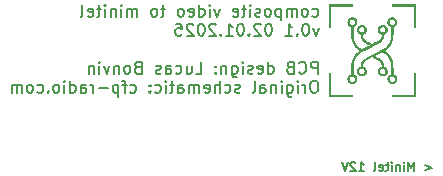
<source format=gbr>
%TF.GenerationSoftware,KiCad,Pcbnew,8.0.7*%
%TF.CreationDate,2025-01-02T14:00:47+01:00*%
%TF.ProjectId,av-to-minitel,61762d74-6f2d-46d6-996e-6974656c2e6b,v0.1*%
%TF.SameCoordinates,Original*%
%TF.FileFunction,Legend,Bot*%
%TF.FilePolarity,Positive*%
%FSLAX46Y46*%
G04 Gerber Fmt 4.6, Leading zero omitted, Abs format (unit mm)*
G04 Created by KiCad (PCBNEW 8.0.7) date 2025-01-02 14:00:47*
%MOMM*%
%LPD*%
G01*
G04 APERTURE LIST*
%ADD10C,0.000000*%
%ADD11C,0.175000*%
%ADD12C,0.150000*%
G04 APERTURE END LIST*
D10*
G36*
X125813456Y-77785677D02*
G01*
X123999135Y-77785677D01*
X123999135Y-79600000D01*
X123800000Y-79600000D01*
X123800000Y-77586546D01*
X125813456Y-77586546D01*
X125813456Y-77785677D01*
G37*
G36*
X131175289Y-79600004D02*
G01*
X130976154Y-79600004D01*
X130976154Y-77785681D01*
X129161835Y-77785681D01*
X129161835Y-77586550D01*
X131175289Y-77586550D01*
X131175289Y-79600004D01*
G37*
G36*
X123999020Y-85256777D02*
G01*
X125813341Y-85256777D01*
X125813341Y-85455908D01*
X123799887Y-85455908D01*
X123799887Y-84449178D01*
X123800000Y-84449182D01*
X123800000Y-83442453D01*
X123999020Y-83442453D01*
X123999020Y-85256777D01*
G37*
G36*
X125820001Y-78686270D02*
G01*
X125851252Y-78688887D01*
X125881750Y-78693791D01*
X125911420Y-78700888D01*
X125940189Y-78710083D01*
X125967983Y-78721282D01*
X125994729Y-78734392D01*
X126020353Y-78749317D01*
X126044781Y-78765964D01*
X126067941Y-78784238D01*
X126089758Y-78804045D01*
X126110159Y-78825291D01*
X126129070Y-78847881D01*
X126146417Y-78871722D01*
X126162128Y-78896719D01*
X126176128Y-78922778D01*
X126188343Y-78949804D01*
X126198702Y-78977704D01*
X126207128Y-79006382D01*
X126213550Y-79035746D01*
X126217893Y-79065700D01*
X126220085Y-79096151D01*
X126220050Y-79127003D01*
X126217717Y-79158164D01*
X126213010Y-79189538D01*
X126205857Y-79221032D01*
X126196184Y-79252551D01*
X126183917Y-79284000D01*
X126168984Y-79315287D01*
X126159630Y-79331925D01*
X126149111Y-79348349D01*
X126137516Y-79364485D01*
X126124930Y-79380263D01*
X126111440Y-79395609D01*
X126097132Y-79410453D01*
X126082094Y-79424721D01*
X126066411Y-79438343D01*
X126050171Y-79451245D01*
X126033461Y-79463356D01*
X126016366Y-79474605D01*
X125998973Y-79484918D01*
X125981370Y-79494224D01*
X125963643Y-79502451D01*
X125945878Y-79509526D01*
X125928162Y-79515379D01*
X125898274Y-79524180D01*
X125896099Y-79855257D01*
X125895705Y-80014900D01*
X125897079Y-80147486D01*
X125898557Y-80205071D01*
X125900631Y-80257617D01*
X125903352Y-80305701D01*
X125906771Y-80349896D01*
X125910940Y-80390780D01*
X125915910Y-80428926D01*
X125921733Y-80464910D01*
X125928459Y-80499308D01*
X125936140Y-80532695D01*
X125944828Y-80565645D01*
X125954573Y-80598735D01*
X125965428Y-80632540D01*
X125985987Y-80690046D01*
X126008974Y-80746324D01*
X126034335Y-80801311D01*
X126062020Y-80854940D01*
X126091975Y-80907148D01*
X126124149Y-80957869D01*
X126158490Y-81007038D01*
X126194947Y-81054592D01*
X126233466Y-81100464D01*
X126273996Y-81144590D01*
X126316486Y-81186906D01*
X126360882Y-81227346D01*
X126407134Y-81265846D01*
X126455189Y-81302340D01*
X126504996Y-81336765D01*
X126556502Y-81369055D01*
X126619929Y-81406851D01*
X126777207Y-81325777D01*
X127092999Y-81162989D01*
X127154815Y-81130810D01*
X127182062Y-81116401D01*
X127205979Y-81103592D01*
X127225902Y-81092740D01*
X127241166Y-81084205D01*
X127251105Y-81078344D01*
X127253869Y-81076529D01*
X127255053Y-81075518D01*
X127254392Y-81074402D01*
X127251745Y-81072283D01*
X127240882Y-81065252D01*
X127223260Y-81054867D01*
X127199672Y-81041569D01*
X127137770Y-81007995D01*
X127061526Y-80968058D01*
X126984646Y-80928139D01*
X126952058Y-80910950D01*
X126922917Y-80895321D01*
X126896883Y-80881037D01*
X126873614Y-80867882D01*
X126852771Y-80855641D01*
X126834012Y-80844099D01*
X126816997Y-80833041D01*
X126801385Y-80822251D01*
X126786835Y-80811514D01*
X126773007Y-80800616D01*
X126759559Y-80789340D01*
X126746152Y-80777472D01*
X126732445Y-80764796D01*
X126718096Y-80751097D01*
X126693089Y-80725828D01*
X126669511Y-80699707D01*
X126647368Y-80672755D01*
X126626672Y-80644990D01*
X126607430Y-80616432D01*
X126589651Y-80587101D01*
X126573344Y-80557016D01*
X126558518Y-80526197D01*
X126545181Y-80494664D01*
X126533343Y-80462436D01*
X126523012Y-80429532D01*
X126514197Y-80395972D01*
X126506907Y-80361776D01*
X126501151Y-80326964D01*
X126496937Y-80291555D01*
X126494274Y-80255568D01*
X126489832Y-80169905D01*
X126451443Y-80157804D01*
X126428580Y-80149488D01*
X126406014Y-80139113D01*
X126383859Y-80126811D01*
X126362230Y-80112714D01*
X126341242Y-80096954D01*
X126321009Y-80079663D01*
X126301647Y-80060973D01*
X126283268Y-80041017D01*
X126265990Y-80019925D01*
X126249925Y-79997831D01*
X126235189Y-79974866D01*
X126221897Y-79951162D01*
X126210162Y-79926851D01*
X126200100Y-79902066D01*
X126191826Y-79876938D01*
X126185454Y-79851599D01*
X126178911Y-79813082D01*
X126175698Y-79775473D01*
X126175695Y-79771407D01*
X126377520Y-79771407D01*
X126379234Y-79790268D01*
X126382670Y-79808617D01*
X126387734Y-79826391D01*
X126394333Y-79843525D01*
X126402375Y-79859958D01*
X126411767Y-79875625D01*
X126422415Y-79890464D01*
X126434226Y-79904411D01*
X126447109Y-79917402D01*
X126460969Y-79929375D01*
X126475715Y-79940266D01*
X126491253Y-79950011D01*
X126507489Y-79958548D01*
X126524333Y-79965814D01*
X126541689Y-79971744D01*
X126559466Y-79976276D01*
X126577571Y-79979346D01*
X126595910Y-79980891D01*
X126614392Y-79980847D01*
X126632922Y-79979152D01*
X126651408Y-79975742D01*
X126669757Y-79970553D01*
X126687876Y-79963523D01*
X126705673Y-79954588D01*
X126723054Y-79943685D01*
X126739926Y-79930750D01*
X126756197Y-79915720D01*
X126766312Y-79904791D01*
X126775518Y-79893388D01*
X126783826Y-79881557D01*
X126791246Y-79869342D01*
X126797786Y-79856788D01*
X126803457Y-79843940D01*
X126808268Y-79830842D01*
X126812229Y-79817539D01*
X126815350Y-79804075D01*
X126817640Y-79790497D01*
X126819110Y-79776847D01*
X126819768Y-79763171D01*
X126819625Y-79749514D01*
X126818690Y-79735921D01*
X126816972Y-79722435D01*
X126814483Y-79709103D01*
X126811231Y-79695968D01*
X126807226Y-79683075D01*
X126802477Y-79670469D01*
X126796995Y-79658195D01*
X126790789Y-79646297D01*
X126783869Y-79634820D01*
X126776244Y-79623810D01*
X126767925Y-79613310D01*
X126758920Y-79603365D01*
X126749241Y-79594020D01*
X126738895Y-79585320D01*
X126727893Y-79577310D01*
X126716245Y-79570033D01*
X126703961Y-79563536D01*
X126691050Y-79557862D01*
X126677521Y-79553057D01*
X126677521Y-79553061D01*
X126666226Y-79549736D01*
X126655016Y-79546899D01*
X126643899Y-79544546D01*
X126632882Y-79542674D01*
X126621975Y-79541280D01*
X126611184Y-79540359D01*
X126600518Y-79539910D01*
X126589985Y-79539927D01*
X126579593Y-79540409D01*
X126569350Y-79541351D01*
X126559264Y-79542749D01*
X126549343Y-79544602D01*
X126539596Y-79546904D01*
X126530030Y-79549654D01*
X126520653Y-79552846D01*
X126511474Y-79556479D01*
X126502500Y-79560548D01*
X126493739Y-79565050D01*
X126485200Y-79569981D01*
X126476891Y-79575339D01*
X126468819Y-79581120D01*
X126460993Y-79587320D01*
X126453420Y-79593936D01*
X126446110Y-79600965D01*
X126439069Y-79608403D01*
X126432306Y-79616246D01*
X126425830Y-79624492D01*
X126419647Y-79633137D01*
X126413766Y-79642177D01*
X126408195Y-79651609D01*
X126402943Y-79661430D01*
X126398016Y-79671637D01*
X126389731Y-79692108D01*
X126383632Y-79712385D01*
X126379626Y-79732402D01*
X126377619Y-79752098D01*
X126377520Y-79771407D01*
X126175695Y-79771407D01*
X126175668Y-79738850D01*
X126178675Y-79703292D01*
X126184572Y-79668880D01*
X126193214Y-79635692D01*
X126204453Y-79603809D01*
X126218144Y-79573308D01*
X126234140Y-79544271D01*
X126252296Y-79516775D01*
X126272464Y-79490901D01*
X126294499Y-79466728D01*
X126318254Y-79444335D01*
X126343583Y-79423802D01*
X126370340Y-79405208D01*
X126398379Y-79388632D01*
X126427552Y-79374155D01*
X126457715Y-79361854D01*
X126488721Y-79351810D01*
X126520422Y-79344102D01*
X126552675Y-79338810D01*
X126585331Y-79336012D01*
X126618244Y-79335789D01*
X126651269Y-79338219D01*
X126684259Y-79343382D01*
X126717068Y-79351358D01*
X126749550Y-79362225D01*
X126781557Y-79376064D01*
X126812945Y-79392953D01*
X126843567Y-79412972D01*
X126873276Y-79436200D01*
X126901926Y-79462717D01*
X126922003Y-79484295D01*
X126940206Y-79506757D01*
X126956557Y-79530018D01*
X126971077Y-79553991D01*
X126983787Y-79578592D01*
X126994711Y-79603736D01*
X127003869Y-79629337D01*
X127011283Y-79655309D01*
X127016974Y-79681568D01*
X127020965Y-79708028D01*
X127023278Y-79734604D01*
X127023933Y-79761210D01*
X127022953Y-79787762D01*
X127020359Y-79814173D01*
X127016173Y-79840359D01*
X127010417Y-79866233D01*
X127003113Y-79891712D01*
X126994281Y-79916709D01*
X126983944Y-79941140D01*
X126972124Y-79964918D01*
X126958842Y-79987959D01*
X126944120Y-80010176D01*
X126927979Y-80031486D01*
X126910442Y-80051803D01*
X126891530Y-80071040D01*
X126871264Y-80089114D01*
X126849667Y-80105937D01*
X126826760Y-80121427D01*
X126802565Y-80135496D01*
X126777103Y-80148059D01*
X126750397Y-80159032D01*
X126722468Y-80168329D01*
X126715904Y-80170454D01*
X126710141Y-80172794D01*
X126705157Y-80175486D01*
X126700934Y-80178662D01*
X126699101Y-80180474D01*
X126697451Y-80182457D01*
X126695980Y-80184629D01*
X126694687Y-80187005D01*
X126692623Y-80192440D01*
X126691239Y-80198896D01*
X126690514Y-80206507D01*
X126690429Y-80215407D01*
X126690963Y-80225731D01*
X126692096Y-80237611D01*
X126693809Y-80251183D01*
X126696080Y-80266581D01*
X126702219Y-80303389D01*
X126710372Y-80345645D01*
X126719749Y-80384557D01*
X126730793Y-80420563D01*
X126743946Y-80454103D01*
X126759653Y-80485615D01*
X126778356Y-80515538D01*
X126800500Y-80544312D01*
X126826526Y-80572375D01*
X126856878Y-80600167D01*
X126892000Y-80628126D01*
X126932334Y-80656692D01*
X126978325Y-80686305D01*
X127030414Y-80717401D01*
X127089046Y-80750422D01*
X127154663Y-80785806D01*
X127227709Y-80823992D01*
X127487725Y-80958334D01*
X127747656Y-80824030D01*
X127838063Y-80777037D01*
X127911481Y-80738118D01*
X127942552Y-80721241D01*
X127970257Y-80705850D01*
X127994889Y-80691766D01*
X128016742Y-80678811D01*
X128036109Y-80666808D01*
X128053283Y-80655578D01*
X128068558Y-80644945D01*
X128082228Y-80634729D01*
X128094587Y-80624754D01*
X128105927Y-80614841D01*
X128116543Y-80604813D01*
X128126728Y-80594492D01*
X128138499Y-80581647D01*
X128149972Y-80568072D01*
X128161125Y-80553837D01*
X128171940Y-80539011D01*
X128192466Y-80507869D01*
X128211386Y-80475205D01*
X128228534Y-80441579D01*
X128243743Y-80407552D01*
X128256850Y-80373682D01*
X128267687Y-80340529D01*
X128276089Y-80308655D01*
X128281891Y-80278618D01*
X128283765Y-80264463D01*
X128284927Y-80250977D01*
X128285357Y-80238231D01*
X128285032Y-80226294D01*
X128283934Y-80215237D01*
X128282040Y-80205128D01*
X128279331Y-80196039D01*
X128275786Y-80188039D01*
X128271383Y-80181198D01*
X128266103Y-80175586D01*
X128259924Y-80171273D01*
X128252827Y-80168329D01*
X128224911Y-80159037D01*
X128198216Y-80148068D01*
X128172766Y-80135506D01*
X128148581Y-80121439D01*
X128125683Y-80105950D01*
X128104094Y-80089125D01*
X128083836Y-80071051D01*
X128064930Y-80051811D01*
X128047398Y-80031492D01*
X128031262Y-80010180D01*
X128016544Y-79987958D01*
X128003264Y-79964914D01*
X127991446Y-79941132D01*
X127981110Y-79916697D01*
X127972279Y-79891696D01*
X127964974Y-79866213D01*
X127959216Y-79840335D01*
X127955029Y-79814145D01*
X127952432Y-79787731D01*
X127951612Y-79765599D01*
X128152617Y-79765599D01*
X128153826Y-79783554D01*
X128156611Y-79801612D01*
X128161030Y-79819701D01*
X128167141Y-79837751D01*
X128175002Y-79855689D01*
X128184670Y-79873445D01*
X128196203Y-79890947D01*
X128204549Y-79901837D01*
X128213399Y-79912028D01*
X128222720Y-79921519D01*
X128232478Y-79930311D01*
X128242643Y-79938404D01*
X128253180Y-79945797D01*
X128264056Y-79952491D01*
X128275240Y-79958485D01*
X128286698Y-79963779D01*
X128298396Y-79968373D01*
X128310304Y-79972268D01*
X128322386Y-79975462D01*
X128334612Y-79977956D01*
X128346947Y-79979750D01*
X128359360Y-79980844D01*
X128371816Y-79981237D01*
X128384284Y-79980930D01*
X128396731Y-79979922D01*
X128409123Y-79978214D01*
X128421429Y-79975805D01*
X128433614Y-79972695D01*
X128445647Y-79968884D01*
X128457494Y-79964371D01*
X128469122Y-79959158D01*
X128480499Y-79953243D01*
X128491592Y-79946628D01*
X128502369Y-79939310D01*
X128512795Y-79931291D01*
X128522839Y-79922571D01*
X128532467Y-79913149D01*
X128541647Y-79903025D01*
X128550346Y-79892199D01*
X128558009Y-79881434D01*
X128564936Y-79870416D01*
X128571133Y-79859172D01*
X128576609Y-79847729D01*
X128581370Y-79836116D01*
X128585423Y-79824360D01*
X128588776Y-79812489D01*
X128591434Y-79800529D01*
X128593406Y-79788510D01*
X128594699Y-79776458D01*
X128595318Y-79764401D01*
X128595272Y-79752367D01*
X128594568Y-79740383D01*
X128593212Y-79728477D01*
X128591212Y-79716677D01*
X128588574Y-79705009D01*
X128585306Y-79693503D01*
X128581414Y-79682185D01*
X128576906Y-79671083D01*
X128571789Y-79660225D01*
X128566070Y-79649638D01*
X128559755Y-79639350D01*
X128552852Y-79629388D01*
X128545368Y-79619781D01*
X128537310Y-79610555D01*
X128528685Y-79601739D01*
X128519500Y-79593359D01*
X128509762Y-79585445D01*
X128499478Y-79578022D01*
X128488654Y-79571120D01*
X128477300Y-79564765D01*
X128465420Y-79558985D01*
X128465420Y-79558931D01*
X128446027Y-79551119D01*
X128426765Y-79545194D01*
X128407690Y-79541084D01*
X128388861Y-79538719D01*
X128370335Y-79538026D01*
X128352170Y-79538935D01*
X128334424Y-79541375D01*
X128317156Y-79545273D01*
X128300422Y-79550559D01*
X128284280Y-79557161D01*
X128268789Y-79565007D01*
X128254007Y-79574027D01*
X128239991Y-79584150D01*
X128226799Y-79595302D01*
X128214488Y-79607415D01*
X128203118Y-79620415D01*
X128192745Y-79634232D01*
X128183427Y-79648794D01*
X128175223Y-79664029D01*
X128168190Y-79679868D01*
X128162386Y-79696237D01*
X128157869Y-79713067D01*
X128154696Y-79730284D01*
X128152927Y-79747819D01*
X128152617Y-79765599D01*
X127951612Y-79765599D01*
X127951449Y-79761177D01*
X127952100Y-79734568D01*
X127954407Y-79707991D01*
X127958393Y-79681530D01*
X127964079Y-79655270D01*
X127971486Y-79629299D01*
X127980637Y-79603700D01*
X127991553Y-79578559D01*
X128004256Y-79553962D01*
X128018767Y-79529993D01*
X128035108Y-79506740D01*
X128053301Y-79484286D01*
X128073368Y-79462717D01*
X128102013Y-79436205D01*
X128131718Y-79412981D01*
X128162336Y-79392967D01*
X128193720Y-79376082D01*
X128225725Y-79362248D01*
X128258204Y-79351384D01*
X128291011Y-79343412D01*
X128323999Y-79338252D01*
X128357023Y-79335825D01*
X128389935Y-79336051D01*
X128422591Y-79338851D01*
X128454842Y-79344146D01*
X128486544Y-79351856D01*
X128517550Y-79361901D01*
X128547713Y-79374203D01*
X128576888Y-79388681D01*
X128604927Y-79405257D01*
X128631685Y-79423851D01*
X128657016Y-79444384D01*
X128680772Y-79466776D01*
X128702809Y-79490947D01*
X128722979Y-79516820D01*
X128741136Y-79544313D01*
X128757134Y-79573348D01*
X128770827Y-79603845D01*
X128782068Y-79635725D01*
X128790711Y-79668909D01*
X128796610Y-79703316D01*
X128799619Y-79738869D01*
X128799591Y-79775486D01*
X128796379Y-79813089D01*
X128789839Y-79851599D01*
X128786888Y-79864333D01*
X128783449Y-79877025D01*
X128775160Y-79902218D01*
X128765085Y-79927050D01*
X128753336Y-79951390D01*
X128740026Y-79975110D01*
X128725268Y-79998080D01*
X128709174Y-80020172D01*
X128691857Y-80041255D01*
X128673429Y-80061201D01*
X128654002Y-80079881D01*
X128633690Y-80097166D01*
X128612604Y-80112925D01*
X128590858Y-80127031D01*
X128568564Y-80139354D01*
X128557246Y-80144806D01*
X128545834Y-80149764D01*
X128534341Y-80154211D01*
X128522781Y-80158133D01*
X128483303Y-80170584D01*
X128483303Y-80223261D01*
X128482430Y-80257753D01*
X128479830Y-80292187D01*
X128475530Y-80326494D01*
X128469559Y-80360605D01*
X128461943Y-80394453D01*
X128452711Y-80427969D01*
X128441890Y-80461086D01*
X128429508Y-80493734D01*
X128415592Y-80525846D01*
X128400171Y-80557352D01*
X128383271Y-80588186D01*
X128364921Y-80618279D01*
X128345148Y-80647562D01*
X128323981Y-80675967D01*
X128301446Y-80703427D01*
X128277571Y-80729872D01*
X128246720Y-80761183D01*
X128215074Y-80789443D01*
X128197549Y-80803291D01*
X128178140Y-80817410D01*
X128131422Y-80847841D01*
X128070427Y-80883493D01*
X127990661Y-80927123D01*
X127887629Y-80981489D01*
X127756838Y-81049349D01*
X127016467Y-81432004D01*
X126795965Y-81546487D01*
X126715013Y-81588833D01*
X126650500Y-81622893D01*
X126600104Y-81649901D01*
X126561507Y-81671090D01*
X126532386Y-81687692D01*
X126510423Y-81700942D01*
X126493295Y-81712072D01*
X126478683Y-81722316D01*
X126447724Y-81745077D01*
X126406815Y-81776122D01*
X126367130Y-81808820D01*
X126328718Y-81843102D01*
X126291631Y-81878899D01*
X126255917Y-81916143D01*
X126221629Y-81954764D01*
X126188816Y-81994694D01*
X126157529Y-82035863D01*
X126127818Y-82078203D01*
X126099733Y-82121645D01*
X126073325Y-82166119D01*
X126048644Y-82211558D01*
X126025741Y-82257891D01*
X126004666Y-82305050D01*
X125985469Y-82352967D01*
X125968201Y-82401571D01*
X125946849Y-82469931D01*
X125929975Y-82535805D01*
X125923060Y-82569460D01*
X125917076Y-82604475D01*
X125907648Y-82681221D01*
X125901189Y-82771325D01*
X125897196Y-82880068D01*
X125895166Y-83012730D01*
X125894596Y-83174593D01*
X125894577Y-83515127D01*
X125922234Y-83523977D01*
X125963789Y-83539333D01*
X126002047Y-83557620D01*
X126037042Y-83578612D01*
X126068809Y-83602087D01*
X126097384Y-83627819D01*
X126122803Y-83655584D01*
X126145100Y-83685159D01*
X126164310Y-83716320D01*
X126180469Y-83748842D01*
X126193613Y-83782500D01*
X126203776Y-83817072D01*
X126210993Y-83852333D01*
X126215301Y-83888058D01*
X126216734Y-83924024D01*
X126215328Y-83960007D01*
X126211117Y-83995782D01*
X126204137Y-84031125D01*
X126194424Y-84065812D01*
X126182012Y-84099619D01*
X126166938Y-84132322D01*
X126149235Y-84163697D01*
X126128940Y-84193519D01*
X126106087Y-84221565D01*
X126080713Y-84247610D01*
X126052852Y-84271431D01*
X126022539Y-84292802D01*
X125989810Y-84311501D01*
X125954700Y-84327302D01*
X125917245Y-84339982D01*
X125877479Y-84349317D01*
X125835438Y-84355082D01*
X125791157Y-84357054D01*
X125748667Y-84355123D01*
X125708269Y-84349477D01*
X125670001Y-84340333D01*
X125633898Y-84327908D01*
X125599998Y-84312421D01*
X125568338Y-84294088D01*
X125538953Y-84273127D01*
X125511882Y-84249756D01*
X125487160Y-84224193D01*
X125464825Y-84196654D01*
X125444913Y-84167358D01*
X125427461Y-84136523D01*
X125412506Y-84104365D01*
X125400085Y-84071103D01*
X125390234Y-84036953D01*
X125382990Y-84002134D01*
X125378390Y-83966863D01*
X125376592Y-83933603D01*
X125575043Y-83933603D01*
X125575687Y-83951411D01*
X125577865Y-83969237D01*
X125581628Y-83986999D01*
X125587029Y-84004613D01*
X125594117Y-84021995D01*
X125602945Y-84039064D01*
X125613562Y-84055735D01*
X125626022Y-84071926D01*
X125640374Y-84087553D01*
X125655947Y-84101868D01*
X125672071Y-84114308D01*
X125688666Y-84124924D01*
X125705649Y-84133765D01*
X125722939Y-84140881D01*
X125740455Y-84146322D01*
X125758115Y-84150137D01*
X125775838Y-84152376D01*
X125793541Y-84153090D01*
X125811145Y-84152327D01*
X125828567Y-84150138D01*
X125845726Y-84146572D01*
X125862540Y-84141680D01*
X125878928Y-84135510D01*
X125894808Y-84128113D01*
X125910100Y-84119538D01*
X125924721Y-84109836D01*
X125938591Y-84099055D01*
X125951627Y-84087246D01*
X125963748Y-84074459D01*
X125974873Y-84060743D01*
X125984920Y-84046148D01*
X125993808Y-84030724D01*
X126001455Y-84014521D01*
X126007781Y-83997587D01*
X126012703Y-83979974D01*
X126016139Y-83961731D01*
X126018010Y-83942908D01*
X126018232Y-83923554D01*
X126016726Y-83903719D01*
X126013408Y-83883453D01*
X126008198Y-83862806D01*
X126006515Y-83857610D01*
X126004535Y-83852342D01*
X125999727Y-83841640D01*
X125993872Y-83830796D01*
X125987065Y-83819905D01*
X125979402Y-83809063D01*
X125970979Y-83798368D01*
X125961893Y-83787914D01*
X125952238Y-83777797D01*
X125942112Y-83768114D01*
X125931609Y-83758961D01*
X125920827Y-83750433D01*
X125909860Y-83742626D01*
X125898806Y-83735638D01*
X125887760Y-83729563D01*
X125876818Y-83724497D01*
X125866076Y-83720537D01*
X125866076Y-83720541D01*
X125845548Y-83714955D01*
X125825378Y-83711302D01*
X125805617Y-83709498D01*
X125786316Y-83709460D01*
X125767526Y-83711105D01*
X125749298Y-83714350D01*
X125731684Y-83719110D01*
X125714734Y-83725304D01*
X125698501Y-83732847D01*
X125683034Y-83741658D01*
X125668385Y-83751652D01*
X125654606Y-83762746D01*
X125641747Y-83774857D01*
X125629860Y-83787902D01*
X125618996Y-83801798D01*
X125609206Y-83816461D01*
X125600541Y-83831808D01*
X125593052Y-83847757D01*
X125586791Y-83864223D01*
X125581808Y-83881124D01*
X125578155Y-83898377D01*
X125575883Y-83915897D01*
X125575043Y-83933603D01*
X125376592Y-83933603D01*
X125376470Y-83931358D01*
X125377268Y-83895836D01*
X125380820Y-83860516D01*
X125387163Y-83825613D01*
X125396334Y-83791347D01*
X125408369Y-83757934D01*
X125423306Y-83725593D01*
X125441180Y-83694540D01*
X125462029Y-83664994D01*
X125485890Y-83637172D01*
X125512799Y-83611292D01*
X125542793Y-83587570D01*
X125575909Y-83566226D01*
X125612184Y-83547476D01*
X125651654Y-83531538D01*
X125691758Y-83517412D01*
X125695925Y-83087229D01*
X125697570Y-82934803D01*
X125699512Y-82815481D01*
X125700740Y-82766249D01*
X125702216Y-82722912D01*
X125704000Y-82684676D01*
X125706149Y-82650747D01*
X125708721Y-82620331D01*
X125711775Y-82592634D01*
X125715369Y-82566863D01*
X125719561Y-82542224D01*
X125724410Y-82517923D01*
X125729973Y-82493165D01*
X125743477Y-82439108D01*
X125761989Y-82373930D01*
X125783505Y-82309535D01*
X125807934Y-82246055D01*
X125835183Y-82183624D01*
X125865160Y-82122376D01*
X125897772Y-82062443D01*
X125932927Y-82003959D01*
X125970533Y-81947057D01*
X126010498Y-81891871D01*
X126052728Y-81838535D01*
X126097132Y-81787181D01*
X126143618Y-81737943D01*
X126192093Y-81690955D01*
X126242464Y-81646350D01*
X126294640Y-81604261D01*
X126348528Y-81564821D01*
X126370079Y-81549819D01*
X126378550Y-81543707D01*
X126385489Y-81538331D01*
X126388385Y-81535874D01*
X126390899Y-81533548D01*
X126393032Y-81531334D01*
X126394784Y-81529216D01*
X126396155Y-81527174D01*
X126397146Y-81525191D01*
X126397758Y-81523249D01*
X126397990Y-81521330D01*
X126397842Y-81519417D01*
X126397317Y-81517492D01*
X126396413Y-81515537D01*
X126395131Y-81513533D01*
X126393472Y-81511464D01*
X126391436Y-81509311D01*
X126389024Y-81507056D01*
X126386235Y-81504682D01*
X126379530Y-81499505D01*
X126371325Y-81493635D01*
X126350428Y-81479250D01*
X126296862Y-81440403D01*
X126244880Y-81398715D01*
X126194590Y-81354341D01*
X126146098Y-81307435D01*
X126099512Y-81258152D01*
X126054939Y-81206647D01*
X126012485Y-81153074D01*
X125972259Y-81097588D01*
X125934366Y-81040344D01*
X125898916Y-80981497D01*
X125866013Y-80921200D01*
X125835766Y-80859610D01*
X125808283Y-80796880D01*
X125783669Y-80733165D01*
X125762032Y-80668620D01*
X125743479Y-80603399D01*
X125729975Y-80549336D01*
X125719563Y-80500274D01*
X125711776Y-80449858D01*
X125706150Y-80391732D01*
X125702217Y-80319540D01*
X125699513Y-80226928D01*
X125695927Y-79955019D01*
X125691759Y-79524595D01*
X125647435Y-79508547D01*
X125612622Y-79494287D01*
X125580222Y-79477694D01*
X125550227Y-79458930D01*
X125522629Y-79438158D01*
X125497418Y-79415539D01*
X125474587Y-79391237D01*
X125454127Y-79365413D01*
X125436030Y-79338231D01*
X125420288Y-79309852D01*
X125406892Y-79280440D01*
X125395834Y-79250156D01*
X125387106Y-79219163D01*
X125380698Y-79187623D01*
X125376604Y-79155699D01*
X125374818Y-79123620D01*
X125573870Y-79123620D01*
X125575390Y-79143284D01*
X125578764Y-79162796D01*
X125584046Y-79182026D01*
X125591292Y-79200846D01*
X125600554Y-79219127D01*
X125611889Y-79236739D01*
X125625350Y-79253555D01*
X125640991Y-79269445D01*
X125658869Y-79284280D01*
X125679036Y-79297931D01*
X125701548Y-79310270D01*
X125711731Y-79314958D01*
X125722011Y-79319075D01*
X125732372Y-79322628D01*
X125742798Y-79325620D01*
X125753273Y-79328060D01*
X125763781Y-79329951D01*
X125774306Y-79331300D01*
X125784832Y-79332113D01*
X125795343Y-79332395D01*
X125805824Y-79332151D01*
X125816258Y-79331388D01*
X125826629Y-79330111D01*
X125836922Y-79328326D01*
X125847120Y-79326038D01*
X125857208Y-79323253D01*
X125867169Y-79319977D01*
X125876988Y-79316216D01*
X125886649Y-79311975D01*
X125896135Y-79307260D01*
X125905431Y-79302076D01*
X125914520Y-79296429D01*
X125923388Y-79290325D01*
X125932018Y-79283770D01*
X125940393Y-79276769D01*
X125948499Y-79269328D01*
X125956318Y-79261452D01*
X125963836Y-79253148D01*
X125971036Y-79244420D01*
X125977902Y-79235276D01*
X125984418Y-79225719D01*
X125990569Y-79215756D01*
X125996338Y-79205393D01*
X126001315Y-79195161D01*
X126005600Y-79184675D01*
X126009204Y-79173966D01*
X126012140Y-79163064D01*
X126014420Y-79152001D01*
X126016058Y-79140806D01*
X126017065Y-79129509D01*
X126017453Y-79118143D01*
X126017236Y-79106736D01*
X126016426Y-79095321D01*
X126015035Y-79083926D01*
X126013075Y-79072583D01*
X126010559Y-79061322D01*
X126007499Y-79050174D01*
X126003908Y-79039170D01*
X125999798Y-79028339D01*
X125995182Y-79017713D01*
X125990072Y-79007321D01*
X125984480Y-78997196D01*
X125978419Y-78987366D01*
X125971901Y-78977863D01*
X125964939Y-78968717D01*
X125957545Y-78959958D01*
X125949732Y-78951618D01*
X125941511Y-78943726D01*
X125932896Y-78936314D01*
X125923899Y-78929412D01*
X125914532Y-78923050D01*
X125904807Y-78917259D01*
X125894738Y-78912069D01*
X125884336Y-78907511D01*
X125873614Y-78903616D01*
X125848799Y-78896720D01*
X125824693Y-78892376D01*
X125801351Y-78890458D01*
X125778826Y-78890835D01*
X125757173Y-78893379D01*
X125736448Y-78897961D01*
X125716704Y-78904452D01*
X125697996Y-78912723D01*
X125680378Y-78922646D01*
X125663906Y-78934091D01*
X125648632Y-78946930D01*
X125634613Y-78961033D01*
X125621903Y-78976273D01*
X125610555Y-78992519D01*
X125600626Y-79009644D01*
X125592168Y-79027518D01*
X125585237Y-79046013D01*
X125579887Y-79064999D01*
X125576173Y-79084349D01*
X125574149Y-79103932D01*
X125573870Y-79123620D01*
X125374818Y-79123620D01*
X125374815Y-79123553D01*
X125375322Y-79091348D01*
X125378116Y-79059246D01*
X125383190Y-79027410D01*
X125390536Y-78996002D01*
X125400145Y-78965184D01*
X125412008Y-78935119D01*
X125426117Y-78905969D01*
X125442464Y-78877897D01*
X125461041Y-78851065D01*
X125481839Y-78825636D01*
X125504850Y-78801772D01*
X125530066Y-78779635D01*
X125557478Y-78759388D01*
X125587078Y-78741193D01*
X125618857Y-78725214D01*
X125652808Y-78711611D01*
X125688921Y-78700548D01*
X125688927Y-78700556D01*
X125722458Y-78693083D01*
X125755530Y-78688273D01*
X125788069Y-78686034D01*
X125820001Y-78686270D01*
G37*
G36*
X129219931Y-78686559D02*
G01*
X129261566Y-78692180D01*
X129301181Y-78701805D01*
X129338699Y-78715172D01*
X129374043Y-78732016D01*
X129407134Y-78752072D01*
X129437895Y-78775078D01*
X129466249Y-78800769D01*
X129492117Y-78828880D01*
X129515422Y-78859149D01*
X129536085Y-78891311D01*
X129554030Y-78925102D01*
X129569179Y-78960258D01*
X129581454Y-78996515D01*
X129590777Y-79033609D01*
X129597070Y-79071276D01*
X129600256Y-79109252D01*
X129600256Y-79147274D01*
X129596995Y-79185076D01*
X129590392Y-79222395D01*
X129580372Y-79258968D01*
X129566855Y-79294530D01*
X129549765Y-79328816D01*
X129529024Y-79361564D01*
X129504553Y-79392509D01*
X129476276Y-79421387D01*
X129444114Y-79447934D01*
X129407990Y-79471886D01*
X129367825Y-79492980D01*
X129323544Y-79510950D01*
X129283438Y-79525076D01*
X129279139Y-79955259D01*
X129277493Y-80108329D01*
X129275657Y-80226645D01*
X129274508Y-80274941D01*
X129273121Y-80317152D01*
X129271431Y-80354148D01*
X129269373Y-80386796D01*
X129266886Y-80415964D01*
X129263903Y-80442521D01*
X129260363Y-80467335D01*
X129256200Y-80491273D01*
X129251351Y-80515204D01*
X129245752Y-80539996D01*
X129232048Y-80595636D01*
X129212783Y-80664790D01*
X129190180Y-80733011D01*
X129164342Y-80800156D01*
X129135370Y-80866084D01*
X129103365Y-80930650D01*
X129068430Y-80993714D01*
X129030666Y-81055131D01*
X128990174Y-81114760D01*
X128947057Y-81172458D01*
X128901416Y-81228082D01*
X128853352Y-81281489D01*
X128802968Y-81332537D01*
X128750364Y-81381083D01*
X128695643Y-81426984D01*
X128638906Y-81470098D01*
X128580256Y-81510283D01*
X128574713Y-81514031D01*
X128572683Y-81515695D01*
X128571218Y-81517311D01*
X128570713Y-81518122D01*
X128570370Y-81518948D01*
X128570195Y-81519796D01*
X128570194Y-81520676D01*
X128570375Y-81521596D01*
X128570743Y-81522564D01*
X128571306Y-81523590D01*
X128572070Y-81524682D01*
X128574229Y-81527099D01*
X128577272Y-81529885D01*
X128581253Y-81533108D01*
X128586226Y-81536839D01*
X128599358Y-81546099D01*
X128617096Y-81558222D01*
X128678565Y-81602449D01*
X128737524Y-81649730D01*
X128793902Y-81699953D01*
X128847625Y-81753002D01*
X128898621Y-81808763D01*
X128946819Y-81867123D01*
X128992144Y-81927967D01*
X129034526Y-81991181D01*
X129073891Y-82056651D01*
X129110167Y-82124263D01*
X129143281Y-82193903D01*
X129173161Y-82265457D01*
X129199735Y-82338810D01*
X129222930Y-82413848D01*
X129242674Y-82490458D01*
X129258894Y-82568525D01*
X129263953Y-82598054D01*
X129267913Y-82627984D01*
X129270965Y-82663159D01*
X129273299Y-82708422D01*
X129276576Y-82848583D01*
X129279268Y-83087209D01*
X129283443Y-83517393D01*
X129323545Y-83531519D01*
X129359386Y-83545872D01*
X129392686Y-83562687D01*
X129423457Y-83581789D01*
X129451711Y-83603003D01*
X129477461Y-83626154D01*
X129500717Y-83651069D01*
X129521491Y-83677572D01*
X129539795Y-83705489D01*
X129555641Y-83734646D01*
X129569041Y-83764868D01*
X129580007Y-83795980D01*
X129588549Y-83827809D01*
X129594680Y-83860179D01*
X129598412Y-83892916D01*
X129599756Y-83925846D01*
X129598725Y-83958793D01*
X129595329Y-83991584D01*
X129589581Y-84024044D01*
X129581492Y-84055999D01*
X129571075Y-84087273D01*
X129558340Y-84117693D01*
X129543300Y-84147083D01*
X129525967Y-84175270D01*
X129506351Y-84202078D01*
X129484466Y-84227334D01*
X129460322Y-84250863D01*
X129433932Y-84272490D01*
X129405306Y-84292041D01*
X129374458Y-84309341D01*
X129341398Y-84324215D01*
X129306139Y-84336490D01*
X129268692Y-84345991D01*
X129220614Y-84353713D01*
X129174490Y-84356562D01*
X129130391Y-84354810D01*
X129088388Y-84348729D01*
X129048553Y-84338591D01*
X129010958Y-84324667D01*
X128975672Y-84307229D01*
X128942768Y-84286549D01*
X128912317Y-84262898D01*
X128884391Y-84236548D01*
X128859060Y-84207771D01*
X128836396Y-84176838D01*
X128816470Y-84144022D01*
X128799353Y-84109593D01*
X128785117Y-84073825D01*
X128773834Y-84036987D01*
X128765574Y-83999353D01*
X128760408Y-83961193D01*
X128759064Y-83935368D01*
X128957151Y-83935368D01*
X128958072Y-83952081D01*
X128960369Y-83968946D01*
X128964094Y-83985910D01*
X128969298Y-84002923D01*
X128976032Y-84019933D01*
X128982322Y-84033036D01*
X128989292Y-84045494D01*
X128996907Y-84057301D01*
X129005131Y-84068450D01*
X129013926Y-84078935D01*
X129023258Y-84088749D01*
X129033090Y-84097886D01*
X129043386Y-84106338D01*
X129054110Y-84114100D01*
X129065226Y-84121163D01*
X129076698Y-84127523D01*
X129088489Y-84133171D01*
X129100564Y-84138102D01*
X129112887Y-84142308D01*
X129125422Y-84145783D01*
X129138131Y-84148521D01*
X129150981Y-84150514D01*
X129163933Y-84151756D01*
X129176953Y-84152241D01*
X129190004Y-84151961D01*
X129203049Y-84150910D01*
X129216054Y-84149081D01*
X129228982Y-84146468D01*
X129241797Y-84143063D01*
X129254462Y-84138861D01*
X129266942Y-84133855D01*
X129279200Y-84128038D01*
X129291201Y-84121402D01*
X129302909Y-84113942D01*
X129314287Y-84105651D01*
X129325299Y-84096523D01*
X129335909Y-84086550D01*
X129345751Y-84076067D01*
X129354749Y-84065176D01*
X129362907Y-84053912D01*
X129370235Y-84042311D01*
X129376738Y-84030411D01*
X129382423Y-84018247D01*
X129387299Y-84005856D01*
X129391371Y-83993274D01*
X129394647Y-83980537D01*
X129397133Y-83967681D01*
X129398838Y-83954743D01*
X129399768Y-83941759D01*
X129399929Y-83928766D01*
X129399330Y-83915799D01*
X129397976Y-83902895D01*
X129395876Y-83890090D01*
X129393036Y-83877421D01*
X129389463Y-83864923D01*
X129385164Y-83852634D01*
X129380146Y-83840589D01*
X129374417Y-83828824D01*
X129367983Y-83817377D01*
X129360851Y-83806282D01*
X129353029Y-83795578D01*
X129344523Y-83785299D01*
X129335341Y-83775482D01*
X129325489Y-83766163D01*
X129314975Y-83757379D01*
X129303805Y-83749166D01*
X129291987Y-83741560D01*
X129279527Y-83734598D01*
X129266434Y-83728315D01*
X129266436Y-83728315D01*
X129249454Y-83721593D01*
X129232473Y-83716406D01*
X129215543Y-83712700D01*
X129198716Y-83710426D01*
X129182041Y-83709532D01*
X129165571Y-83709966D01*
X129149356Y-83711679D01*
X129133447Y-83714618D01*
X129117895Y-83718732D01*
X129102751Y-83723970D01*
X129088066Y-83730280D01*
X129073891Y-83737613D01*
X129060278Y-83745916D01*
X129047276Y-83755138D01*
X129034938Y-83765228D01*
X129023313Y-83776134D01*
X129012454Y-83787806D01*
X129002410Y-83800193D01*
X128993234Y-83813243D01*
X128984975Y-83826904D01*
X128977686Y-83841127D01*
X128971416Y-83855859D01*
X128966217Y-83871049D01*
X128962140Y-83886646D01*
X128959236Y-83902599D01*
X128957556Y-83918857D01*
X128957151Y-83935368D01*
X128759064Y-83935368D01*
X128758408Y-83922780D01*
X128759646Y-83884384D01*
X128764193Y-83846279D01*
X128772119Y-83808735D01*
X128783497Y-83772025D01*
X128798397Y-83736419D01*
X128816891Y-83702190D01*
X128839050Y-83669610D01*
X128864945Y-83638949D01*
X128894648Y-83610481D01*
X128928231Y-83584476D01*
X128965764Y-83561206D01*
X129007318Y-83540942D01*
X129052965Y-83523958D01*
X129080622Y-83515108D01*
X129080605Y-83174574D01*
X129080027Y-83013045D01*
X129077977Y-82880515D01*
X129076244Y-82823488D01*
X129073956Y-82771747D01*
X129071050Y-82724637D01*
X129067464Y-82681504D01*
X129063135Y-82641693D01*
X129058001Y-82604549D01*
X129051999Y-82569417D01*
X129045068Y-82535644D01*
X129037144Y-82502573D01*
X129028165Y-82469552D01*
X129018069Y-82435925D01*
X129006794Y-82401037D01*
X128985984Y-82343107D01*
X128962485Y-82286278D01*
X128936374Y-82230646D01*
X128907729Y-82176303D01*
X128876627Y-82123344D01*
X128843145Y-82071863D01*
X128807362Y-82021953D01*
X128769354Y-81973707D01*
X128729199Y-81927221D01*
X128686974Y-81882588D01*
X128642757Y-81839902D01*
X128596625Y-81799256D01*
X128548656Y-81760745D01*
X128498927Y-81724462D01*
X128447515Y-81690501D01*
X128394499Y-81658956D01*
X128353693Y-81635980D01*
X128213802Y-81708166D01*
X127958180Y-81840194D01*
X127872063Y-81884849D01*
X127809133Y-81917681D01*
X127765934Y-81940499D01*
X127739009Y-81955118D01*
X127730570Y-81959918D01*
X127724902Y-81963348D01*
X127721575Y-81965633D01*
X127720654Y-81966417D01*
X127720156Y-81967001D01*
X127720816Y-81968113D01*
X127723464Y-81970229D01*
X127734326Y-81977255D01*
X127751948Y-81987637D01*
X127775537Y-82000933D01*
X127837439Y-82034505D01*
X127913683Y-82074442D01*
X127990563Y-82114360D01*
X128023151Y-82131549D01*
X128052292Y-82147179D01*
X128078326Y-82161463D01*
X128101594Y-82174618D01*
X128122437Y-82186860D01*
X128141196Y-82198402D01*
X128158211Y-82209460D01*
X128173824Y-82220250D01*
X128188373Y-82230987D01*
X128202202Y-82241885D01*
X128215649Y-82253161D01*
X128229056Y-82265029D01*
X128242764Y-82277704D01*
X128257113Y-82291403D01*
X128282119Y-82316671D01*
X128305698Y-82342792D01*
X128327840Y-82369744D01*
X128348536Y-82397509D01*
X128367778Y-82426067D01*
X128385557Y-82455398D01*
X128401864Y-82485483D01*
X128416690Y-82516302D01*
X128430027Y-82547835D01*
X128441865Y-82580064D01*
X128452196Y-82612967D01*
X128461011Y-82646527D01*
X128468301Y-82680723D01*
X128474057Y-82715535D01*
X128478271Y-82750945D01*
X128480934Y-82786932D01*
X128485384Y-82872598D01*
X128523771Y-82884699D01*
X128546634Y-82893015D01*
X128569200Y-82903391D01*
X128591355Y-82915694D01*
X128612984Y-82929791D01*
X128633973Y-82945551D01*
X128654205Y-82962842D01*
X128673568Y-82981531D01*
X128691947Y-83001488D01*
X128709225Y-83022579D01*
X128725290Y-83044673D01*
X128740026Y-83067638D01*
X128753318Y-83091342D01*
X128765053Y-83115652D01*
X128775115Y-83140438D01*
X128783389Y-83165566D01*
X128789761Y-83190904D01*
X128796301Y-83229414D01*
X128799512Y-83267017D01*
X128799541Y-83303635D01*
X128796532Y-83339187D01*
X128790633Y-83373594D01*
X128781990Y-83406778D01*
X128770749Y-83438658D01*
X128757056Y-83469155D01*
X128741058Y-83498190D01*
X128722900Y-83525683D01*
X128702730Y-83551556D01*
X128680694Y-83575728D01*
X128656937Y-83598120D01*
X128631607Y-83618652D01*
X128604849Y-83637246D01*
X128576809Y-83653822D01*
X128547635Y-83668301D01*
X128517472Y-83680602D01*
X128486466Y-83690648D01*
X128454764Y-83698357D01*
X128422513Y-83703652D01*
X128389857Y-83706452D01*
X128356945Y-83706678D01*
X128323921Y-83704251D01*
X128290933Y-83699091D01*
X128258126Y-83691119D01*
X128225647Y-83680255D01*
X128193642Y-83666421D01*
X128162258Y-83649536D01*
X128131640Y-83629522D01*
X128101935Y-83606298D01*
X128073290Y-83579786D01*
X128053179Y-83558174D01*
X128034946Y-83535683D01*
X128018570Y-83512397D01*
X128004029Y-83488402D01*
X127991302Y-83463784D01*
X127980366Y-83438626D01*
X127971200Y-83413013D01*
X127963782Y-83387032D01*
X127958091Y-83360767D01*
X127954104Y-83334303D01*
X127951800Y-83307725D01*
X127951157Y-83281118D01*
X127951310Y-83277066D01*
X128152762Y-83277066D01*
X128153106Y-83293143D01*
X128154680Y-83309416D01*
X128157529Y-83325842D01*
X128161695Y-83342379D01*
X128167221Y-83358984D01*
X128172889Y-83372756D01*
X128179326Y-83385888D01*
X128186491Y-83398371D01*
X128194344Y-83410196D01*
X128202846Y-83421354D01*
X128211956Y-83431837D01*
X128221634Y-83441635D01*
X128231839Y-83450740D01*
X128242533Y-83459143D01*
X128253675Y-83466836D01*
X128265224Y-83473809D01*
X128277141Y-83480054D01*
X128289385Y-83485562D01*
X128301917Y-83490324D01*
X128314695Y-83494332D01*
X128327682Y-83497577D01*
X128340835Y-83500050D01*
X128354115Y-83501741D01*
X128367482Y-83502643D01*
X128380896Y-83502747D01*
X128394316Y-83502044D01*
X128407703Y-83500525D01*
X128421017Y-83498181D01*
X128434217Y-83495003D01*
X128447263Y-83490984D01*
X128460115Y-83486113D01*
X128472734Y-83480383D01*
X128485078Y-83473784D01*
X128497109Y-83466308D01*
X128508785Y-83457946D01*
X128520067Y-83448689D01*
X128530914Y-83438528D01*
X128541055Y-83427700D01*
X128550292Y-83416434D01*
X128558636Y-83404771D01*
X128566094Y-83392751D01*
X128572677Y-83380414D01*
X128578392Y-83367802D01*
X128583248Y-83354953D01*
X128587254Y-83341908D01*
X128590420Y-83328708D01*
X128592753Y-83315393D01*
X128594263Y-83302002D01*
X128594958Y-83288577D01*
X128594848Y-83275158D01*
X128593940Y-83261785D01*
X128592245Y-83248497D01*
X128589770Y-83235337D01*
X128586524Y-83222343D01*
X128582517Y-83209556D01*
X128577757Y-83197016D01*
X128572253Y-83184764D01*
X128566014Y-83172840D01*
X128559048Y-83161284D01*
X128551364Y-83150136D01*
X128542972Y-83139437D01*
X128533880Y-83129228D01*
X128524096Y-83119547D01*
X128513630Y-83110436D01*
X128502490Y-83101935D01*
X128490686Y-83094084D01*
X128478226Y-83086923D01*
X128465118Y-83080493D01*
X128451372Y-83074835D01*
X128434768Y-83069308D01*
X128418230Y-83065142D01*
X128401804Y-83062293D01*
X128385530Y-83060719D01*
X128369454Y-83060375D01*
X128353617Y-83061220D01*
X128338063Y-83063210D01*
X128322835Y-83066302D01*
X128307976Y-83070452D01*
X128293529Y-83075618D01*
X128279537Y-83081757D01*
X128266044Y-83088825D01*
X128253092Y-83096779D01*
X128240725Y-83105577D01*
X128228986Y-83115175D01*
X128217917Y-83125530D01*
X128207562Y-83136598D01*
X128197964Y-83148338D01*
X128189167Y-83160705D01*
X128181212Y-83173657D01*
X128174144Y-83187150D01*
X128168006Y-83201141D01*
X128162839Y-83215588D01*
X128158689Y-83230447D01*
X128155597Y-83245675D01*
X128153607Y-83261229D01*
X128152762Y-83277066D01*
X127951310Y-83277066D01*
X127952154Y-83254568D01*
X127954769Y-83228158D01*
X127958979Y-83201975D01*
X127964764Y-83176103D01*
X127972101Y-83150627D01*
X127980970Y-83125633D01*
X127991347Y-83101205D01*
X128003211Y-83077429D01*
X128016542Y-83054389D01*
X128031316Y-83032171D01*
X128047512Y-83010859D01*
X128065109Y-82990539D01*
X128084084Y-82971295D01*
X128104416Y-82953213D01*
X128126084Y-82936378D01*
X128149065Y-82920875D01*
X128173337Y-82906788D01*
X128198880Y-82894204D01*
X128225671Y-82883206D01*
X128253689Y-82873880D01*
X128285975Y-82864355D01*
X128281052Y-82804949D01*
X128278338Y-82777729D01*
X128274770Y-82751334D01*
X128270332Y-82725726D01*
X128265009Y-82700869D01*
X128258784Y-82676728D01*
X128251643Y-82653265D01*
X128243569Y-82630445D01*
X128234546Y-82608232D01*
X128224560Y-82586590D01*
X128213593Y-82565481D01*
X128201631Y-82544871D01*
X128188658Y-82524722D01*
X128174657Y-82504999D01*
X128159614Y-82485666D01*
X128143513Y-82466686D01*
X128126337Y-82448023D01*
X128105219Y-82426999D01*
X128082657Y-82407453D01*
X128055623Y-82387551D01*
X128021085Y-82365455D01*
X127976014Y-82339331D01*
X127917380Y-82307342D01*
X127747303Y-82218431D01*
X127487398Y-82084127D01*
X127227494Y-82218488D01*
X127134458Y-82266721D01*
X127061648Y-82304940D01*
X127031777Y-82320916D01*
X127005702Y-82335136D01*
X126983004Y-82347848D01*
X126963263Y-82359300D01*
X126946058Y-82369742D01*
X126930969Y-82379422D01*
X126917577Y-82388590D01*
X126905462Y-82397494D01*
X126894203Y-82406383D01*
X126883381Y-82415506D01*
X126872575Y-82425112D01*
X126861367Y-82435449D01*
X126849158Y-82447442D01*
X126837205Y-82460341D01*
X126825532Y-82474065D01*
X126814166Y-82488536D01*
X126792453Y-82519400D01*
X126772266Y-82552296D01*
X126753807Y-82586588D01*
X126737276Y-82621642D01*
X126722877Y-82656821D01*
X126710809Y-82691490D01*
X126701274Y-82725013D01*
X126694475Y-82756754D01*
X126692163Y-82771758D01*
X126690611Y-82786077D01*
X126689843Y-82799634D01*
X126689884Y-82812348D01*
X126690761Y-82824140D01*
X126692497Y-82834930D01*
X126695118Y-82844639D01*
X126698649Y-82853187D01*
X126703116Y-82860495D01*
X126708543Y-82866484D01*
X126714956Y-82871074D01*
X126722380Y-82874185D01*
X126750322Y-82883480D01*
X126777036Y-82894438D01*
X126802501Y-82906974D01*
X126826695Y-82921005D01*
X126849597Y-82936447D01*
X126871186Y-82953216D01*
X126891439Y-82971227D01*
X126910337Y-82990398D01*
X126927857Y-83010643D01*
X126943979Y-83031879D01*
X126958680Y-83054022D01*
X126971940Y-83076989D01*
X126983738Y-83100694D01*
X126994051Y-83125054D01*
X127002859Y-83149985D01*
X127010140Y-83175403D01*
X127015873Y-83201224D01*
X127020037Y-83227364D01*
X127022610Y-83253739D01*
X127023571Y-83280266D01*
X127022898Y-83306859D01*
X127020571Y-83333436D01*
X127016568Y-83359912D01*
X127010867Y-83386202D01*
X127003448Y-83412224D01*
X126994289Y-83437894D01*
X126983368Y-83463126D01*
X126970665Y-83487838D01*
X126956158Y-83511945D01*
X126939825Y-83535363D01*
X126921646Y-83558009D01*
X126901598Y-83579798D01*
X126876981Y-83603032D01*
X126851373Y-83623806D01*
X126824885Y-83642161D01*
X126797630Y-83658139D01*
X126769719Y-83671782D01*
X126741265Y-83683132D01*
X126712379Y-83692229D01*
X126683173Y-83699116D01*
X126653759Y-83703835D01*
X126624249Y-83706426D01*
X126594755Y-83706933D01*
X126565388Y-83705396D01*
X126536261Y-83701858D01*
X126507485Y-83696360D01*
X126479172Y-83688943D01*
X126451434Y-83679650D01*
X126424384Y-83668521D01*
X126398132Y-83655600D01*
X126372791Y-83640927D01*
X126348473Y-83624545D01*
X126325289Y-83606494D01*
X126303352Y-83586817D01*
X126282773Y-83565555D01*
X126263664Y-83542750D01*
X126246137Y-83518444D01*
X126230304Y-83492679D01*
X126216277Y-83465495D01*
X126204167Y-83436936D01*
X126194087Y-83407042D01*
X126186149Y-83375855D01*
X126180463Y-83343417D01*
X126177143Y-83309770D01*
X126176446Y-83292202D01*
X126176487Y-83278833D01*
X126378806Y-83278833D01*
X126379111Y-83295984D01*
X126380848Y-83313304D01*
X126384072Y-83330735D01*
X126388838Y-83348220D01*
X126395201Y-83365700D01*
X126403218Y-83383119D01*
X126409886Y-83395261D01*
X126417168Y-83406785D01*
X126425028Y-83417688D01*
X126433435Y-83427964D01*
X126442355Y-83437607D01*
X126451753Y-83446612D01*
X126461596Y-83454974D01*
X126471851Y-83462687D01*
X126482484Y-83469747D01*
X126493461Y-83476147D01*
X126504749Y-83481882D01*
X126516315Y-83486947D01*
X126528125Y-83491336D01*
X126540144Y-83495045D01*
X126552341Y-83498067D01*
X126564681Y-83500397D01*
X126577130Y-83502031D01*
X126589655Y-83502962D01*
X126602222Y-83503186D01*
X126614799Y-83502696D01*
X126627351Y-83501488D01*
X126639844Y-83499557D01*
X126652246Y-83496895D01*
X126664522Y-83493500D01*
X126676639Y-83489364D01*
X126688564Y-83484483D01*
X126700262Y-83478852D01*
X126711701Y-83472464D01*
X126722847Y-83465315D01*
X126733666Y-83457399D01*
X126744124Y-83448711D01*
X126754189Y-83439245D01*
X126764232Y-83428591D01*
X126773448Y-83417573D01*
X126781840Y-83406222D01*
X126789416Y-83394572D01*
X126796180Y-83382655D01*
X126802138Y-83370506D01*
X126807296Y-83358156D01*
X126811660Y-83345638D01*
X126815235Y-83332987D01*
X126818026Y-83320234D01*
X126820041Y-83307413D01*
X126821283Y-83294556D01*
X126821759Y-83281697D01*
X126821475Y-83268869D01*
X126820436Y-83256105D01*
X126818647Y-83243437D01*
X126816115Y-83230898D01*
X126812845Y-83218522D01*
X126808843Y-83206342D01*
X126804114Y-83194390D01*
X126798665Y-83182700D01*
X126792500Y-83171305D01*
X126785625Y-83160236D01*
X126778046Y-83149529D01*
X126769770Y-83139215D01*
X126760800Y-83129327D01*
X126751143Y-83119899D01*
X126740805Y-83110963D01*
X126729792Y-83102553D01*
X126718108Y-83094701D01*
X126705760Y-83087441D01*
X126692753Y-83080805D01*
X126692753Y-83080808D01*
X126675192Y-83073357D01*
X126657628Y-83067571D01*
X126640117Y-83063394D01*
X126622714Y-83060768D01*
X126605474Y-83059636D01*
X126588453Y-83059939D01*
X126571704Y-83061620D01*
X126555285Y-83064623D01*
X126539249Y-83068888D01*
X126523652Y-83074359D01*
X126508549Y-83080977D01*
X126493995Y-83088686D01*
X126480046Y-83097427D01*
X126466756Y-83107144D01*
X126454181Y-83117778D01*
X126442376Y-83129272D01*
X126431396Y-83141568D01*
X126421296Y-83154609D01*
X126412131Y-83168337D01*
X126403958Y-83182694D01*
X126396830Y-83197624D01*
X126390802Y-83213067D01*
X126385931Y-83228968D01*
X126382272Y-83245267D01*
X126379878Y-83261908D01*
X126378806Y-83278833D01*
X126176487Y-83278833D01*
X126176500Y-83274671D01*
X126177291Y-83257202D01*
X126178802Y-83239819D01*
X126181019Y-83222545D01*
X126183927Y-83205405D01*
X126187509Y-83188421D01*
X126191750Y-83171619D01*
X126196636Y-83155022D01*
X126202150Y-83138653D01*
X126208278Y-83122537D01*
X126215003Y-83106698D01*
X126222311Y-83091159D01*
X126230186Y-83075944D01*
X126238613Y-83061077D01*
X126247576Y-83046582D01*
X126257059Y-83032483D01*
X126267049Y-83018803D01*
X126277528Y-83005567D01*
X126288482Y-82992799D01*
X126299896Y-82980521D01*
X126311753Y-82968759D01*
X126324039Y-82957536D01*
X126336738Y-82946875D01*
X126349835Y-82936801D01*
X126363314Y-82927338D01*
X126377160Y-82918509D01*
X126391358Y-82910338D01*
X126405892Y-82902849D01*
X126420747Y-82896066D01*
X126435907Y-82890013D01*
X126451357Y-82884714D01*
X126489746Y-82872614D01*
X126494189Y-82786951D01*
X126496851Y-82750964D01*
X126501066Y-82715554D01*
X126506822Y-82680742D01*
X126514112Y-82646546D01*
X126522927Y-82612987D01*
X126533258Y-82580083D01*
X126545096Y-82547854D01*
X126558433Y-82516321D01*
X126573259Y-82485502D01*
X126589566Y-82455417D01*
X126607344Y-82426086D01*
X126626586Y-82397528D01*
X126647283Y-82369763D01*
X126669425Y-82342811D01*
X126693004Y-82316691D01*
X126718010Y-82291422D01*
X126747848Y-82261901D01*
X126777461Y-82236262D01*
X126825067Y-82204513D01*
X126908885Y-82156661D01*
X127258031Y-81972673D01*
X127970648Y-81604357D01*
X128079209Y-81547969D01*
X128176743Y-81496551D01*
X128264093Y-81449475D01*
X128342105Y-81406118D01*
X128411622Y-81365855D01*
X128473489Y-81328061D01*
X128528550Y-81292112D01*
X128577650Y-81257383D01*
X128621632Y-81223248D01*
X128641968Y-81206209D01*
X128661342Y-81189084D01*
X128679859Y-81171796D01*
X128697624Y-81154266D01*
X128731321Y-81118168D01*
X128763279Y-81080167D01*
X128794342Y-81039637D01*
X128825354Y-80995953D01*
X128857159Y-80948492D01*
X128890484Y-80895989D01*
X128920498Y-80844867D01*
X128947355Y-80794367D01*
X128971209Y-80743725D01*
X128992212Y-80692182D01*
X129010518Y-80638974D01*
X129026281Y-80583342D01*
X129039655Y-80524522D01*
X129050792Y-80461755D01*
X129059846Y-80394278D01*
X129066971Y-80321330D01*
X129072320Y-80242150D01*
X129076046Y-80155976D01*
X129078303Y-80062046D01*
X129079025Y-79847876D01*
X129077024Y-79524176D01*
X129047522Y-79515375D01*
X129010965Y-79502675D01*
X128976921Y-79487299D01*
X128945383Y-79469431D01*
X128916342Y-79449258D01*
X128889789Y-79426961D01*
X128865717Y-79402727D01*
X128844118Y-79376739D01*
X128824983Y-79349182D01*
X128808304Y-79320240D01*
X128794073Y-79290098D01*
X128782281Y-79258939D01*
X128772922Y-79226949D01*
X128765985Y-79194311D01*
X128761464Y-79161211D01*
X128759351Y-79127831D01*
X128759423Y-79119304D01*
X128956761Y-79119304D01*
X128958328Y-79137816D01*
X128961596Y-79156354D01*
X128966628Y-79174830D01*
X128973485Y-79193155D01*
X128982227Y-79211243D01*
X128992919Y-79229006D01*
X129005619Y-79246357D01*
X129020391Y-79263209D01*
X129033767Y-79276197D01*
X129047665Y-79287770D01*
X129062025Y-79297953D01*
X129076784Y-79306772D01*
X129091880Y-79314252D01*
X129107250Y-79320420D01*
X129122832Y-79325302D01*
X129138563Y-79328924D01*
X129154381Y-79331312D01*
X129170223Y-79332492D01*
X129186028Y-79332489D01*
X129201733Y-79331331D01*
X129217275Y-79329042D01*
X129232592Y-79325649D01*
X129247623Y-79321178D01*
X129262303Y-79315655D01*
X129276571Y-79309106D01*
X129290365Y-79301556D01*
X129303622Y-79293033D01*
X129316280Y-79283561D01*
X129328276Y-79273167D01*
X129339548Y-79261878D01*
X129350034Y-79249718D01*
X129359671Y-79236714D01*
X129368397Y-79222891D01*
X129376149Y-79208277D01*
X129382866Y-79192897D01*
X129388484Y-79176776D01*
X129392941Y-79159942D01*
X129396176Y-79142419D01*
X129398124Y-79124234D01*
X129398726Y-79105414D01*
X129398540Y-79097689D01*
X129398059Y-79089999D01*
X129397287Y-79082350D01*
X129396230Y-79074748D01*
X129394891Y-79067202D01*
X129393275Y-79059718D01*
X129391387Y-79052304D01*
X129389231Y-79044965D01*
X129386813Y-79037710D01*
X129384136Y-79030545D01*
X129381206Y-79023477D01*
X129378027Y-79016514D01*
X129374603Y-79009662D01*
X129370940Y-79002928D01*
X129367042Y-78996319D01*
X129362914Y-78989843D01*
X129358560Y-78983507D01*
X129353985Y-78977317D01*
X129349193Y-78971280D01*
X129344190Y-78965404D01*
X129338980Y-78959696D01*
X129333567Y-78954162D01*
X129327956Y-78948809D01*
X129322152Y-78943645D01*
X129316160Y-78938677D01*
X129309984Y-78933912D01*
X129303628Y-78929356D01*
X129297098Y-78925017D01*
X129290398Y-78920901D01*
X129283533Y-78917016D01*
X129276507Y-78913370D01*
X129269325Y-78909968D01*
X129269327Y-78909968D01*
X129248552Y-78901635D01*
X129227998Y-78895427D01*
X129207729Y-78891255D01*
X129187804Y-78889034D01*
X129168287Y-78888675D01*
X129149238Y-78890090D01*
X129130719Y-78893192D01*
X129112792Y-78897894D01*
X129095519Y-78904109D01*
X129078961Y-78911748D01*
X129063179Y-78920724D01*
X129048236Y-78930950D01*
X129034194Y-78942339D01*
X129021113Y-78954802D01*
X129009055Y-78968252D01*
X128998082Y-78982603D01*
X128988257Y-78997766D01*
X128979639Y-79013653D01*
X128972291Y-79030178D01*
X128966275Y-79047253D01*
X128961653Y-79064791D01*
X128958485Y-79082704D01*
X128956834Y-79100904D01*
X128956761Y-79119304D01*
X128759423Y-79119304D01*
X128759636Y-79094358D01*
X128762312Y-79060974D01*
X128767370Y-79027865D01*
X128774803Y-78995215D01*
X128784602Y-78963208D01*
X128796760Y-78932028D01*
X128811267Y-78901861D01*
X128828116Y-78872890D01*
X128847299Y-78845299D01*
X128868807Y-78819274D01*
X128892632Y-78794998D01*
X128918767Y-78772656D01*
X128947202Y-78752432D01*
X128977930Y-78734511D01*
X129010943Y-78719076D01*
X129046232Y-78706313D01*
X129083790Y-78696406D01*
X129083691Y-78696367D01*
X129130916Y-78688389D01*
X129176356Y-78685208D01*
X129219931Y-78686559D01*
G37*
G36*
X131175289Y-85455908D02*
G01*
X129161835Y-85455908D01*
X129161835Y-85256777D01*
X130976154Y-85256777D01*
X130976154Y-83442449D01*
X131175289Y-83442449D01*
X131175289Y-85455908D01*
G37*
D11*
X122418202Y-78581124D02*
X122513440Y-78628743D01*
X122513440Y-78628743D02*
X122703916Y-78628743D01*
X122703916Y-78628743D02*
X122799154Y-78581124D01*
X122799154Y-78581124D02*
X122846773Y-78533504D01*
X122846773Y-78533504D02*
X122894392Y-78438266D01*
X122894392Y-78438266D02*
X122894392Y-78152552D01*
X122894392Y-78152552D02*
X122846773Y-78057314D01*
X122846773Y-78057314D02*
X122799154Y-78009695D01*
X122799154Y-78009695D02*
X122703916Y-77962076D01*
X122703916Y-77962076D02*
X122513440Y-77962076D01*
X122513440Y-77962076D02*
X122418202Y-78009695D01*
X121846773Y-78628743D02*
X121942011Y-78581124D01*
X121942011Y-78581124D02*
X121989630Y-78533504D01*
X121989630Y-78533504D02*
X122037249Y-78438266D01*
X122037249Y-78438266D02*
X122037249Y-78152552D01*
X122037249Y-78152552D02*
X121989630Y-78057314D01*
X121989630Y-78057314D02*
X121942011Y-78009695D01*
X121942011Y-78009695D02*
X121846773Y-77962076D01*
X121846773Y-77962076D02*
X121703916Y-77962076D01*
X121703916Y-77962076D02*
X121608678Y-78009695D01*
X121608678Y-78009695D02*
X121561059Y-78057314D01*
X121561059Y-78057314D02*
X121513440Y-78152552D01*
X121513440Y-78152552D02*
X121513440Y-78438266D01*
X121513440Y-78438266D02*
X121561059Y-78533504D01*
X121561059Y-78533504D02*
X121608678Y-78581124D01*
X121608678Y-78581124D02*
X121703916Y-78628743D01*
X121703916Y-78628743D02*
X121846773Y-78628743D01*
X121084868Y-78628743D02*
X121084868Y-77962076D01*
X121084868Y-78057314D02*
X121037249Y-78009695D01*
X121037249Y-78009695D02*
X120942011Y-77962076D01*
X120942011Y-77962076D02*
X120799154Y-77962076D01*
X120799154Y-77962076D02*
X120703916Y-78009695D01*
X120703916Y-78009695D02*
X120656297Y-78104933D01*
X120656297Y-78104933D02*
X120656297Y-78628743D01*
X120656297Y-78104933D02*
X120608678Y-78009695D01*
X120608678Y-78009695D02*
X120513440Y-77962076D01*
X120513440Y-77962076D02*
X120370583Y-77962076D01*
X120370583Y-77962076D02*
X120275344Y-78009695D01*
X120275344Y-78009695D02*
X120227725Y-78104933D01*
X120227725Y-78104933D02*
X120227725Y-78628743D01*
X119751535Y-77962076D02*
X119751535Y-78962076D01*
X119751535Y-78009695D02*
X119656297Y-77962076D01*
X119656297Y-77962076D02*
X119465821Y-77962076D01*
X119465821Y-77962076D02*
X119370583Y-78009695D01*
X119370583Y-78009695D02*
X119322964Y-78057314D01*
X119322964Y-78057314D02*
X119275345Y-78152552D01*
X119275345Y-78152552D02*
X119275345Y-78438266D01*
X119275345Y-78438266D02*
X119322964Y-78533504D01*
X119322964Y-78533504D02*
X119370583Y-78581124D01*
X119370583Y-78581124D02*
X119465821Y-78628743D01*
X119465821Y-78628743D02*
X119656297Y-78628743D01*
X119656297Y-78628743D02*
X119751535Y-78581124D01*
X118703916Y-78628743D02*
X118799154Y-78581124D01*
X118799154Y-78581124D02*
X118846773Y-78533504D01*
X118846773Y-78533504D02*
X118894392Y-78438266D01*
X118894392Y-78438266D02*
X118894392Y-78152552D01*
X118894392Y-78152552D02*
X118846773Y-78057314D01*
X118846773Y-78057314D02*
X118799154Y-78009695D01*
X118799154Y-78009695D02*
X118703916Y-77962076D01*
X118703916Y-77962076D02*
X118561059Y-77962076D01*
X118561059Y-77962076D02*
X118465821Y-78009695D01*
X118465821Y-78009695D02*
X118418202Y-78057314D01*
X118418202Y-78057314D02*
X118370583Y-78152552D01*
X118370583Y-78152552D02*
X118370583Y-78438266D01*
X118370583Y-78438266D02*
X118418202Y-78533504D01*
X118418202Y-78533504D02*
X118465821Y-78581124D01*
X118465821Y-78581124D02*
X118561059Y-78628743D01*
X118561059Y-78628743D02*
X118703916Y-78628743D01*
X117989630Y-78581124D02*
X117894392Y-78628743D01*
X117894392Y-78628743D02*
X117703916Y-78628743D01*
X117703916Y-78628743D02*
X117608678Y-78581124D01*
X117608678Y-78581124D02*
X117561059Y-78485885D01*
X117561059Y-78485885D02*
X117561059Y-78438266D01*
X117561059Y-78438266D02*
X117608678Y-78343028D01*
X117608678Y-78343028D02*
X117703916Y-78295409D01*
X117703916Y-78295409D02*
X117846773Y-78295409D01*
X117846773Y-78295409D02*
X117942011Y-78247790D01*
X117942011Y-78247790D02*
X117989630Y-78152552D01*
X117989630Y-78152552D02*
X117989630Y-78104933D01*
X117989630Y-78104933D02*
X117942011Y-78009695D01*
X117942011Y-78009695D02*
X117846773Y-77962076D01*
X117846773Y-77962076D02*
X117703916Y-77962076D01*
X117703916Y-77962076D02*
X117608678Y-78009695D01*
X117132487Y-78628743D02*
X117132487Y-77962076D01*
X117132487Y-77628743D02*
X117180106Y-77676362D01*
X117180106Y-77676362D02*
X117132487Y-77723981D01*
X117132487Y-77723981D02*
X117084868Y-77676362D01*
X117084868Y-77676362D02*
X117132487Y-77628743D01*
X117132487Y-77628743D02*
X117132487Y-77723981D01*
X116799154Y-77962076D02*
X116418202Y-77962076D01*
X116656297Y-77628743D02*
X116656297Y-78485885D01*
X116656297Y-78485885D02*
X116608678Y-78581124D01*
X116608678Y-78581124D02*
X116513440Y-78628743D01*
X116513440Y-78628743D02*
X116418202Y-78628743D01*
X115703916Y-78581124D02*
X115799154Y-78628743D01*
X115799154Y-78628743D02*
X115989630Y-78628743D01*
X115989630Y-78628743D02*
X116084868Y-78581124D01*
X116084868Y-78581124D02*
X116132487Y-78485885D01*
X116132487Y-78485885D02*
X116132487Y-78104933D01*
X116132487Y-78104933D02*
X116084868Y-78009695D01*
X116084868Y-78009695D02*
X115989630Y-77962076D01*
X115989630Y-77962076D02*
X115799154Y-77962076D01*
X115799154Y-77962076D02*
X115703916Y-78009695D01*
X115703916Y-78009695D02*
X115656297Y-78104933D01*
X115656297Y-78104933D02*
X115656297Y-78200171D01*
X115656297Y-78200171D02*
X116132487Y-78295409D01*
X114561058Y-77962076D02*
X114322963Y-78628743D01*
X114322963Y-78628743D02*
X114084868Y-77962076D01*
X113703915Y-78628743D02*
X113703915Y-77962076D01*
X113703915Y-77628743D02*
X113751534Y-77676362D01*
X113751534Y-77676362D02*
X113703915Y-77723981D01*
X113703915Y-77723981D02*
X113656296Y-77676362D01*
X113656296Y-77676362D02*
X113703915Y-77628743D01*
X113703915Y-77628743D02*
X113703915Y-77723981D01*
X112799154Y-78628743D02*
X112799154Y-77628743D01*
X112799154Y-78581124D02*
X112894392Y-78628743D01*
X112894392Y-78628743D02*
X113084868Y-78628743D01*
X113084868Y-78628743D02*
X113180106Y-78581124D01*
X113180106Y-78581124D02*
X113227725Y-78533504D01*
X113227725Y-78533504D02*
X113275344Y-78438266D01*
X113275344Y-78438266D02*
X113275344Y-78152552D01*
X113275344Y-78152552D02*
X113227725Y-78057314D01*
X113227725Y-78057314D02*
X113180106Y-78009695D01*
X113180106Y-78009695D02*
X113084868Y-77962076D01*
X113084868Y-77962076D02*
X112894392Y-77962076D01*
X112894392Y-77962076D02*
X112799154Y-78009695D01*
X111942011Y-78581124D02*
X112037249Y-78628743D01*
X112037249Y-78628743D02*
X112227725Y-78628743D01*
X112227725Y-78628743D02*
X112322963Y-78581124D01*
X112322963Y-78581124D02*
X112370582Y-78485885D01*
X112370582Y-78485885D02*
X112370582Y-78104933D01*
X112370582Y-78104933D02*
X112322963Y-78009695D01*
X112322963Y-78009695D02*
X112227725Y-77962076D01*
X112227725Y-77962076D02*
X112037249Y-77962076D01*
X112037249Y-77962076D02*
X111942011Y-78009695D01*
X111942011Y-78009695D02*
X111894392Y-78104933D01*
X111894392Y-78104933D02*
X111894392Y-78200171D01*
X111894392Y-78200171D02*
X112370582Y-78295409D01*
X111322963Y-78628743D02*
X111418201Y-78581124D01*
X111418201Y-78581124D02*
X111465820Y-78533504D01*
X111465820Y-78533504D02*
X111513439Y-78438266D01*
X111513439Y-78438266D02*
X111513439Y-78152552D01*
X111513439Y-78152552D02*
X111465820Y-78057314D01*
X111465820Y-78057314D02*
X111418201Y-78009695D01*
X111418201Y-78009695D02*
X111322963Y-77962076D01*
X111322963Y-77962076D02*
X111180106Y-77962076D01*
X111180106Y-77962076D02*
X111084868Y-78009695D01*
X111084868Y-78009695D02*
X111037249Y-78057314D01*
X111037249Y-78057314D02*
X110989630Y-78152552D01*
X110989630Y-78152552D02*
X110989630Y-78438266D01*
X110989630Y-78438266D02*
X111037249Y-78533504D01*
X111037249Y-78533504D02*
X111084868Y-78581124D01*
X111084868Y-78581124D02*
X111180106Y-78628743D01*
X111180106Y-78628743D02*
X111322963Y-78628743D01*
X109942010Y-77962076D02*
X109561058Y-77962076D01*
X109799153Y-77628743D02*
X109799153Y-78485885D01*
X109799153Y-78485885D02*
X109751534Y-78581124D01*
X109751534Y-78581124D02*
X109656296Y-78628743D01*
X109656296Y-78628743D02*
X109561058Y-78628743D01*
X109084867Y-78628743D02*
X109180105Y-78581124D01*
X109180105Y-78581124D02*
X109227724Y-78533504D01*
X109227724Y-78533504D02*
X109275343Y-78438266D01*
X109275343Y-78438266D02*
X109275343Y-78152552D01*
X109275343Y-78152552D02*
X109227724Y-78057314D01*
X109227724Y-78057314D02*
X109180105Y-78009695D01*
X109180105Y-78009695D02*
X109084867Y-77962076D01*
X109084867Y-77962076D02*
X108942010Y-77962076D01*
X108942010Y-77962076D02*
X108846772Y-78009695D01*
X108846772Y-78009695D02*
X108799153Y-78057314D01*
X108799153Y-78057314D02*
X108751534Y-78152552D01*
X108751534Y-78152552D02*
X108751534Y-78438266D01*
X108751534Y-78438266D02*
X108799153Y-78533504D01*
X108799153Y-78533504D02*
X108846772Y-78581124D01*
X108846772Y-78581124D02*
X108942010Y-78628743D01*
X108942010Y-78628743D02*
X109084867Y-78628743D01*
X107561057Y-78628743D02*
X107561057Y-77962076D01*
X107561057Y-78057314D02*
X107513438Y-78009695D01*
X107513438Y-78009695D02*
X107418200Y-77962076D01*
X107418200Y-77962076D02*
X107275343Y-77962076D01*
X107275343Y-77962076D02*
X107180105Y-78009695D01*
X107180105Y-78009695D02*
X107132486Y-78104933D01*
X107132486Y-78104933D02*
X107132486Y-78628743D01*
X107132486Y-78104933D02*
X107084867Y-78009695D01*
X107084867Y-78009695D02*
X106989629Y-77962076D01*
X106989629Y-77962076D02*
X106846772Y-77962076D01*
X106846772Y-77962076D02*
X106751533Y-78009695D01*
X106751533Y-78009695D02*
X106703914Y-78104933D01*
X106703914Y-78104933D02*
X106703914Y-78628743D01*
X106227724Y-78628743D02*
X106227724Y-77962076D01*
X106227724Y-77628743D02*
X106275343Y-77676362D01*
X106275343Y-77676362D02*
X106227724Y-77723981D01*
X106227724Y-77723981D02*
X106180105Y-77676362D01*
X106180105Y-77676362D02*
X106227724Y-77628743D01*
X106227724Y-77628743D02*
X106227724Y-77723981D01*
X105751534Y-77962076D02*
X105751534Y-78628743D01*
X105751534Y-78057314D02*
X105703915Y-78009695D01*
X105703915Y-78009695D02*
X105608677Y-77962076D01*
X105608677Y-77962076D02*
X105465820Y-77962076D01*
X105465820Y-77962076D02*
X105370582Y-78009695D01*
X105370582Y-78009695D02*
X105322963Y-78104933D01*
X105322963Y-78104933D02*
X105322963Y-78628743D01*
X104846772Y-78628743D02*
X104846772Y-77962076D01*
X104846772Y-77628743D02*
X104894391Y-77676362D01*
X104894391Y-77676362D02*
X104846772Y-77723981D01*
X104846772Y-77723981D02*
X104799153Y-77676362D01*
X104799153Y-77676362D02*
X104846772Y-77628743D01*
X104846772Y-77628743D02*
X104846772Y-77723981D01*
X104513439Y-77962076D02*
X104132487Y-77962076D01*
X104370582Y-77628743D02*
X104370582Y-78485885D01*
X104370582Y-78485885D02*
X104322963Y-78581124D01*
X104322963Y-78581124D02*
X104227725Y-78628743D01*
X104227725Y-78628743D02*
X104132487Y-78628743D01*
X103418201Y-78581124D02*
X103513439Y-78628743D01*
X103513439Y-78628743D02*
X103703915Y-78628743D01*
X103703915Y-78628743D02*
X103799153Y-78581124D01*
X103799153Y-78581124D02*
X103846772Y-78485885D01*
X103846772Y-78485885D02*
X103846772Y-78104933D01*
X103846772Y-78104933D02*
X103799153Y-78009695D01*
X103799153Y-78009695D02*
X103703915Y-77962076D01*
X103703915Y-77962076D02*
X103513439Y-77962076D01*
X103513439Y-77962076D02*
X103418201Y-78009695D01*
X103418201Y-78009695D02*
X103370582Y-78104933D01*
X103370582Y-78104933D02*
X103370582Y-78200171D01*
X103370582Y-78200171D02*
X103846772Y-78295409D01*
X102799153Y-78628743D02*
X102894391Y-78581124D01*
X102894391Y-78581124D02*
X102942010Y-78485885D01*
X102942010Y-78485885D02*
X102942010Y-77628743D01*
X122942011Y-79572020D02*
X122703916Y-80238687D01*
X122703916Y-80238687D02*
X122465821Y-79572020D01*
X121894392Y-79238687D02*
X121799154Y-79238687D01*
X121799154Y-79238687D02*
X121703916Y-79286306D01*
X121703916Y-79286306D02*
X121656297Y-79333925D01*
X121656297Y-79333925D02*
X121608678Y-79429163D01*
X121608678Y-79429163D02*
X121561059Y-79619639D01*
X121561059Y-79619639D02*
X121561059Y-79857734D01*
X121561059Y-79857734D02*
X121608678Y-80048210D01*
X121608678Y-80048210D02*
X121656297Y-80143448D01*
X121656297Y-80143448D02*
X121703916Y-80191068D01*
X121703916Y-80191068D02*
X121799154Y-80238687D01*
X121799154Y-80238687D02*
X121894392Y-80238687D01*
X121894392Y-80238687D02*
X121989630Y-80191068D01*
X121989630Y-80191068D02*
X122037249Y-80143448D01*
X122037249Y-80143448D02*
X122084868Y-80048210D01*
X122084868Y-80048210D02*
X122132487Y-79857734D01*
X122132487Y-79857734D02*
X122132487Y-79619639D01*
X122132487Y-79619639D02*
X122084868Y-79429163D01*
X122084868Y-79429163D02*
X122037249Y-79333925D01*
X122037249Y-79333925D02*
X121989630Y-79286306D01*
X121989630Y-79286306D02*
X121894392Y-79238687D01*
X121132487Y-80143448D02*
X121084868Y-80191068D01*
X121084868Y-80191068D02*
X121132487Y-80238687D01*
X121132487Y-80238687D02*
X121180106Y-80191068D01*
X121180106Y-80191068D02*
X121132487Y-80143448D01*
X121132487Y-80143448D02*
X121132487Y-80238687D01*
X120132488Y-80238687D02*
X120703916Y-80238687D01*
X120418202Y-80238687D02*
X120418202Y-79238687D01*
X120418202Y-79238687D02*
X120513440Y-79381544D01*
X120513440Y-79381544D02*
X120608678Y-79476782D01*
X120608678Y-79476782D02*
X120703916Y-79524401D01*
X118751535Y-79238687D02*
X118656297Y-79238687D01*
X118656297Y-79238687D02*
X118561059Y-79286306D01*
X118561059Y-79286306D02*
X118513440Y-79333925D01*
X118513440Y-79333925D02*
X118465821Y-79429163D01*
X118465821Y-79429163D02*
X118418202Y-79619639D01*
X118418202Y-79619639D02*
X118418202Y-79857734D01*
X118418202Y-79857734D02*
X118465821Y-80048210D01*
X118465821Y-80048210D02*
X118513440Y-80143448D01*
X118513440Y-80143448D02*
X118561059Y-80191068D01*
X118561059Y-80191068D02*
X118656297Y-80238687D01*
X118656297Y-80238687D02*
X118751535Y-80238687D01*
X118751535Y-80238687D02*
X118846773Y-80191068D01*
X118846773Y-80191068D02*
X118894392Y-80143448D01*
X118894392Y-80143448D02*
X118942011Y-80048210D01*
X118942011Y-80048210D02*
X118989630Y-79857734D01*
X118989630Y-79857734D02*
X118989630Y-79619639D01*
X118989630Y-79619639D02*
X118942011Y-79429163D01*
X118942011Y-79429163D02*
X118894392Y-79333925D01*
X118894392Y-79333925D02*
X118846773Y-79286306D01*
X118846773Y-79286306D02*
X118751535Y-79238687D01*
X118037249Y-79333925D02*
X117989630Y-79286306D01*
X117989630Y-79286306D02*
X117894392Y-79238687D01*
X117894392Y-79238687D02*
X117656297Y-79238687D01*
X117656297Y-79238687D02*
X117561059Y-79286306D01*
X117561059Y-79286306D02*
X117513440Y-79333925D01*
X117513440Y-79333925D02*
X117465821Y-79429163D01*
X117465821Y-79429163D02*
X117465821Y-79524401D01*
X117465821Y-79524401D02*
X117513440Y-79667258D01*
X117513440Y-79667258D02*
X118084868Y-80238687D01*
X118084868Y-80238687D02*
X117465821Y-80238687D01*
X117037249Y-80143448D02*
X116989630Y-80191068D01*
X116989630Y-80191068D02*
X117037249Y-80238687D01*
X117037249Y-80238687D02*
X117084868Y-80191068D01*
X117084868Y-80191068D02*
X117037249Y-80143448D01*
X117037249Y-80143448D02*
X117037249Y-80238687D01*
X116370583Y-79238687D02*
X116275345Y-79238687D01*
X116275345Y-79238687D02*
X116180107Y-79286306D01*
X116180107Y-79286306D02*
X116132488Y-79333925D01*
X116132488Y-79333925D02*
X116084869Y-79429163D01*
X116084869Y-79429163D02*
X116037250Y-79619639D01*
X116037250Y-79619639D02*
X116037250Y-79857734D01*
X116037250Y-79857734D02*
X116084869Y-80048210D01*
X116084869Y-80048210D02*
X116132488Y-80143448D01*
X116132488Y-80143448D02*
X116180107Y-80191068D01*
X116180107Y-80191068D02*
X116275345Y-80238687D01*
X116275345Y-80238687D02*
X116370583Y-80238687D01*
X116370583Y-80238687D02*
X116465821Y-80191068D01*
X116465821Y-80191068D02*
X116513440Y-80143448D01*
X116513440Y-80143448D02*
X116561059Y-80048210D01*
X116561059Y-80048210D02*
X116608678Y-79857734D01*
X116608678Y-79857734D02*
X116608678Y-79619639D01*
X116608678Y-79619639D02*
X116561059Y-79429163D01*
X116561059Y-79429163D02*
X116513440Y-79333925D01*
X116513440Y-79333925D02*
X116465821Y-79286306D01*
X116465821Y-79286306D02*
X116370583Y-79238687D01*
X115084869Y-80238687D02*
X115656297Y-80238687D01*
X115370583Y-80238687D02*
X115370583Y-79238687D01*
X115370583Y-79238687D02*
X115465821Y-79381544D01*
X115465821Y-79381544D02*
X115561059Y-79476782D01*
X115561059Y-79476782D02*
X115656297Y-79524401D01*
X114656297Y-80143448D02*
X114608678Y-80191068D01*
X114608678Y-80191068D02*
X114656297Y-80238687D01*
X114656297Y-80238687D02*
X114703916Y-80191068D01*
X114703916Y-80191068D02*
X114656297Y-80143448D01*
X114656297Y-80143448D02*
X114656297Y-80238687D01*
X114227726Y-79333925D02*
X114180107Y-79286306D01*
X114180107Y-79286306D02*
X114084869Y-79238687D01*
X114084869Y-79238687D02*
X113846774Y-79238687D01*
X113846774Y-79238687D02*
X113751536Y-79286306D01*
X113751536Y-79286306D02*
X113703917Y-79333925D01*
X113703917Y-79333925D02*
X113656298Y-79429163D01*
X113656298Y-79429163D02*
X113656298Y-79524401D01*
X113656298Y-79524401D02*
X113703917Y-79667258D01*
X113703917Y-79667258D02*
X114275345Y-80238687D01*
X114275345Y-80238687D02*
X113656298Y-80238687D01*
X113037250Y-79238687D02*
X112942012Y-79238687D01*
X112942012Y-79238687D02*
X112846774Y-79286306D01*
X112846774Y-79286306D02*
X112799155Y-79333925D01*
X112799155Y-79333925D02*
X112751536Y-79429163D01*
X112751536Y-79429163D02*
X112703917Y-79619639D01*
X112703917Y-79619639D02*
X112703917Y-79857734D01*
X112703917Y-79857734D02*
X112751536Y-80048210D01*
X112751536Y-80048210D02*
X112799155Y-80143448D01*
X112799155Y-80143448D02*
X112846774Y-80191068D01*
X112846774Y-80191068D02*
X112942012Y-80238687D01*
X112942012Y-80238687D02*
X113037250Y-80238687D01*
X113037250Y-80238687D02*
X113132488Y-80191068D01*
X113132488Y-80191068D02*
X113180107Y-80143448D01*
X113180107Y-80143448D02*
X113227726Y-80048210D01*
X113227726Y-80048210D02*
X113275345Y-79857734D01*
X113275345Y-79857734D02*
X113275345Y-79619639D01*
X113275345Y-79619639D02*
X113227726Y-79429163D01*
X113227726Y-79429163D02*
X113180107Y-79333925D01*
X113180107Y-79333925D02*
X113132488Y-79286306D01*
X113132488Y-79286306D02*
X113037250Y-79238687D01*
X112322964Y-79333925D02*
X112275345Y-79286306D01*
X112275345Y-79286306D02*
X112180107Y-79238687D01*
X112180107Y-79238687D02*
X111942012Y-79238687D01*
X111942012Y-79238687D02*
X111846774Y-79286306D01*
X111846774Y-79286306D02*
X111799155Y-79333925D01*
X111799155Y-79333925D02*
X111751536Y-79429163D01*
X111751536Y-79429163D02*
X111751536Y-79524401D01*
X111751536Y-79524401D02*
X111799155Y-79667258D01*
X111799155Y-79667258D02*
X112370583Y-80238687D01*
X112370583Y-80238687D02*
X111751536Y-80238687D01*
X110846774Y-79238687D02*
X111322964Y-79238687D01*
X111322964Y-79238687D02*
X111370583Y-79714877D01*
X111370583Y-79714877D02*
X111322964Y-79667258D01*
X111322964Y-79667258D02*
X111227726Y-79619639D01*
X111227726Y-79619639D02*
X110989631Y-79619639D01*
X110989631Y-79619639D02*
X110894393Y-79667258D01*
X110894393Y-79667258D02*
X110846774Y-79714877D01*
X110846774Y-79714877D02*
X110799155Y-79810115D01*
X110799155Y-79810115D02*
X110799155Y-80048210D01*
X110799155Y-80048210D02*
X110846774Y-80143448D01*
X110846774Y-80143448D02*
X110894393Y-80191068D01*
X110894393Y-80191068D02*
X110989631Y-80238687D01*
X110989631Y-80238687D02*
X111227726Y-80238687D01*
X111227726Y-80238687D02*
X111322964Y-80191068D01*
X111322964Y-80191068D02*
X111370583Y-80143448D01*
X122846773Y-83458575D02*
X122846773Y-82458575D01*
X122846773Y-82458575D02*
X122465821Y-82458575D01*
X122465821Y-82458575D02*
X122370583Y-82506194D01*
X122370583Y-82506194D02*
X122322964Y-82553813D01*
X122322964Y-82553813D02*
X122275345Y-82649051D01*
X122275345Y-82649051D02*
X122275345Y-82791908D01*
X122275345Y-82791908D02*
X122322964Y-82887146D01*
X122322964Y-82887146D02*
X122370583Y-82934765D01*
X122370583Y-82934765D02*
X122465821Y-82982384D01*
X122465821Y-82982384D02*
X122846773Y-82982384D01*
X121275345Y-83363336D02*
X121322964Y-83410956D01*
X121322964Y-83410956D02*
X121465821Y-83458575D01*
X121465821Y-83458575D02*
X121561059Y-83458575D01*
X121561059Y-83458575D02*
X121703916Y-83410956D01*
X121703916Y-83410956D02*
X121799154Y-83315717D01*
X121799154Y-83315717D02*
X121846773Y-83220479D01*
X121846773Y-83220479D02*
X121894392Y-83030003D01*
X121894392Y-83030003D02*
X121894392Y-82887146D01*
X121894392Y-82887146D02*
X121846773Y-82696670D01*
X121846773Y-82696670D02*
X121799154Y-82601432D01*
X121799154Y-82601432D02*
X121703916Y-82506194D01*
X121703916Y-82506194D02*
X121561059Y-82458575D01*
X121561059Y-82458575D02*
X121465821Y-82458575D01*
X121465821Y-82458575D02*
X121322964Y-82506194D01*
X121322964Y-82506194D02*
X121275345Y-82553813D01*
X120513440Y-82934765D02*
X120370583Y-82982384D01*
X120370583Y-82982384D02*
X120322964Y-83030003D01*
X120322964Y-83030003D02*
X120275345Y-83125241D01*
X120275345Y-83125241D02*
X120275345Y-83268098D01*
X120275345Y-83268098D02*
X120322964Y-83363336D01*
X120322964Y-83363336D02*
X120370583Y-83410956D01*
X120370583Y-83410956D02*
X120465821Y-83458575D01*
X120465821Y-83458575D02*
X120846773Y-83458575D01*
X120846773Y-83458575D02*
X120846773Y-82458575D01*
X120846773Y-82458575D02*
X120513440Y-82458575D01*
X120513440Y-82458575D02*
X120418202Y-82506194D01*
X120418202Y-82506194D02*
X120370583Y-82553813D01*
X120370583Y-82553813D02*
X120322964Y-82649051D01*
X120322964Y-82649051D02*
X120322964Y-82744289D01*
X120322964Y-82744289D02*
X120370583Y-82839527D01*
X120370583Y-82839527D02*
X120418202Y-82887146D01*
X120418202Y-82887146D02*
X120513440Y-82934765D01*
X120513440Y-82934765D02*
X120846773Y-82934765D01*
X118656297Y-83458575D02*
X118656297Y-82458575D01*
X118656297Y-83410956D02*
X118751535Y-83458575D01*
X118751535Y-83458575D02*
X118942011Y-83458575D01*
X118942011Y-83458575D02*
X119037249Y-83410956D01*
X119037249Y-83410956D02*
X119084868Y-83363336D01*
X119084868Y-83363336D02*
X119132487Y-83268098D01*
X119132487Y-83268098D02*
X119132487Y-82982384D01*
X119132487Y-82982384D02*
X119084868Y-82887146D01*
X119084868Y-82887146D02*
X119037249Y-82839527D01*
X119037249Y-82839527D02*
X118942011Y-82791908D01*
X118942011Y-82791908D02*
X118751535Y-82791908D01*
X118751535Y-82791908D02*
X118656297Y-82839527D01*
X117799154Y-83410956D02*
X117894392Y-83458575D01*
X117894392Y-83458575D02*
X118084868Y-83458575D01*
X118084868Y-83458575D02*
X118180106Y-83410956D01*
X118180106Y-83410956D02*
X118227725Y-83315717D01*
X118227725Y-83315717D02*
X118227725Y-82934765D01*
X118227725Y-82934765D02*
X118180106Y-82839527D01*
X118180106Y-82839527D02*
X118084868Y-82791908D01*
X118084868Y-82791908D02*
X117894392Y-82791908D01*
X117894392Y-82791908D02*
X117799154Y-82839527D01*
X117799154Y-82839527D02*
X117751535Y-82934765D01*
X117751535Y-82934765D02*
X117751535Y-83030003D01*
X117751535Y-83030003D02*
X118227725Y-83125241D01*
X117370582Y-83410956D02*
X117275344Y-83458575D01*
X117275344Y-83458575D02*
X117084868Y-83458575D01*
X117084868Y-83458575D02*
X116989630Y-83410956D01*
X116989630Y-83410956D02*
X116942011Y-83315717D01*
X116942011Y-83315717D02*
X116942011Y-83268098D01*
X116942011Y-83268098D02*
X116989630Y-83172860D01*
X116989630Y-83172860D02*
X117084868Y-83125241D01*
X117084868Y-83125241D02*
X117227725Y-83125241D01*
X117227725Y-83125241D02*
X117322963Y-83077622D01*
X117322963Y-83077622D02*
X117370582Y-82982384D01*
X117370582Y-82982384D02*
X117370582Y-82934765D01*
X117370582Y-82934765D02*
X117322963Y-82839527D01*
X117322963Y-82839527D02*
X117227725Y-82791908D01*
X117227725Y-82791908D02*
X117084868Y-82791908D01*
X117084868Y-82791908D02*
X116989630Y-82839527D01*
X116513439Y-83458575D02*
X116513439Y-82791908D01*
X116513439Y-82458575D02*
X116561058Y-82506194D01*
X116561058Y-82506194D02*
X116513439Y-82553813D01*
X116513439Y-82553813D02*
X116465820Y-82506194D01*
X116465820Y-82506194D02*
X116513439Y-82458575D01*
X116513439Y-82458575D02*
X116513439Y-82553813D01*
X115608678Y-82791908D02*
X115608678Y-83601432D01*
X115608678Y-83601432D02*
X115656297Y-83696670D01*
X115656297Y-83696670D02*
X115703916Y-83744289D01*
X115703916Y-83744289D02*
X115799154Y-83791908D01*
X115799154Y-83791908D02*
X115942011Y-83791908D01*
X115942011Y-83791908D02*
X116037249Y-83744289D01*
X115608678Y-83410956D02*
X115703916Y-83458575D01*
X115703916Y-83458575D02*
X115894392Y-83458575D01*
X115894392Y-83458575D02*
X115989630Y-83410956D01*
X115989630Y-83410956D02*
X116037249Y-83363336D01*
X116037249Y-83363336D02*
X116084868Y-83268098D01*
X116084868Y-83268098D02*
X116084868Y-82982384D01*
X116084868Y-82982384D02*
X116037249Y-82887146D01*
X116037249Y-82887146D02*
X115989630Y-82839527D01*
X115989630Y-82839527D02*
X115894392Y-82791908D01*
X115894392Y-82791908D02*
X115703916Y-82791908D01*
X115703916Y-82791908D02*
X115608678Y-82839527D01*
X115132487Y-82791908D02*
X115132487Y-83458575D01*
X115132487Y-82887146D02*
X115084868Y-82839527D01*
X115084868Y-82839527D02*
X114989630Y-82791908D01*
X114989630Y-82791908D02*
X114846773Y-82791908D01*
X114846773Y-82791908D02*
X114751535Y-82839527D01*
X114751535Y-82839527D02*
X114703916Y-82934765D01*
X114703916Y-82934765D02*
X114703916Y-83458575D01*
X114227725Y-83363336D02*
X114180106Y-83410956D01*
X114180106Y-83410956D02*
X114227725Y-83458575D01*
X114227725Y-83458575D02*
X114275344Y-83410956D01*
X114275344Y-83410956D02*
X114227725Y-83363336D01*
X114227725Y-83363336D02*
X114227725Y-83458575D01*
X114227725Y-82839527D02*
X114180106Y-82887146D01*
X114180106Y-82887146D02*
X114227725Y-82934765D01*
X114227725Y-82934765D02*
X114275344Y-82887146D01*
X114275344Y-82887146D02*
X114227725Y-82839527D01*
X114227725Y-82839527D02*
X114227725Y-82934765D01*
X112513440Y-83458575D02*
X112989630Y-83458575D01*
X112989630Y-83458575D02*
X112989630Y-82458575D01*
X111751535Y-82791908D02*
X111751535Y-83458575D01*
X112180106Y-82791908D02*
X112180106Y-83315717D01*
X112180106Y-83315717D02*
X112132487Y-83410956D01*
X112132487Y-83410956D02*
X112037249Y-83458575D01*
X112037249Y-83458575D02*
X111894392Y-83458575D01*
X111894392Y-83458575D02*
X111799154Y-83410956D01*
X111799154Y-83410956D02*
X111751535Y-83363336D01*
X110846773Y-83410956D02*
X110942011Y-83458575D01*
X110942011Y-83458575D02*
X111132487Y-83458575D01*
X111132487Y-83458575D02*
X111227725Y-83410956D01*
X111227725Y-83410956D02*
X111275344Y-83363336D01*
X111275344Y-83363336D02*
X111322963Y-83268098D01*
X111322963Y-83268098D02*
X111322963Y-82982384D01*
X111322963Y-82982384D02*
X111275344Y-82887146D01*
X111275344Y-82887146D02*
X111227725Y-82839527D01*
X111227725Y-82839527D02*
X111132487Y-82791908D01*
X111132487Y-82791908D02*
X110942011Y-82791908D01*
X110942011Y-82791908D02*
X110846773Y-82839527D01*
X109989630Y-83458575D02*
X109989630Y-82934765D01*
X109989630Y-82934765D02*
X110037249Y-82839527D01*
X110037249Y-82839527D02*
X110132487Y-82791908D01*
X110132487Y-82791908D02*
X110322963Y-82791908D01*
X110322963Y-82791908D02*
X110418201Y-82839527D01*
X109989630Y-83410956D02*
X110084868Y-83458575D01*
X110084868Y-83458575D02*
X110322963Y-83458575D01*
X110322963Y-83458575D02*
X110418201Y-83410956D01*
X110418201Y-83410956D02*
X110465820Y-83315717D01*
X110465820Y-83315717D02*
X110465820Y-83220479D01*
X110465820Y-83220479D02*
X110418201Y-83125241D01*
X110418201Y-83125241D02*
X110322963Y-83077622D01*
X110322963Y-83077622D02*
X110084868Y-83077622D01*
X110084868Y-83077622D02*
X109989630Y-83030003D01*
X109561058Y-83410956D02*
X109465820Y-83458575D01*
X109465820Y-83458575D02*
X109275344Y-83458575D01*
X109275344Y-83458575D02*
X109180106Y-83410956D01*
X109180106Y-83410956D02*
X109132487Y-83315717D01*
X109132487Y-83315717D02*
X109132487Y-83268098D01*
X109132487Y-83268098D02*
X109180106Y-83172860D01*
X109180106Y-83172860D02*
X109275344Y-83125241D01*
X109275344Y-83125241D02*
X109418201Y-83125241D01*
X109418201Y-83125241D02*
X109513439Y-83077622D01*
X109513439Y-83077622D02*
X109561058Y-82982384D01*
X109561058Y-82982384D02*
X109561058Y-82934765D01*
X109561058Y-82934765D02*
X109513439Y-82839527D01*
X109513439Y-82839527D02*
X109418201Y-82791908D01*
X109418201Y-82791908D02*
X109275344Y-82791908D01*
X109275344Y-82791908D02*
X109180106Y-82839527D01*
X107608677Y-82934765D02*
X107465820Y-82982384D01*
X107465820Y-82982384D02*
X107418201Y-83030003D01*
X107418201Y-83030003D02*
X107370582Y-83125241D01*
X107370582Y-83125241D02*
X107370582Y-83268098D01*
X107370582Y-83268098D02*
X107418201Y-83363336D01*
X107418201Y-83363336D02*
X107465820Y-83410956D01*
X107465820Y-83410956D02*
X107561058Y-83458575D01*
X107561058Y-83458575D02*
X107942010Y-83458575D01*
X107942010Y-83458575D02*
X107942010Y-82458575D01*
X107942010Y-82458575D02*
X107608677Y-82458575D01*
X107608677Y-82458575D02*
X107513439Y-82506194D01*
X107513439Y-82506194D02*
X107465820Y-82553813D01*
X107465820Y-82553813D02*
X107418201Y-82649051D01*
X107418201Y-82649051D02*
X107418201Y-82744289D01*
X107418201Y-82744289D02*
X107465820Y-82839527D01*
X107465820Y-82839527D02*
X107513439Y-82887146D01*
X107513439Y-82887146D02*
X107608677Y-82934765D01*
X107608677Y-82934765D02*
X107942010Y-82934765D01*
X106799153Y-83458575D02*
X106894391Y-83410956D01*
X106894391Y-83410956D02*
X106942010Y-83363336D01*
X106942010Y-83363336D02*
X106989629Y-83268098D01*
X106989629Y-83268098D02*
X106989629Y-82982384D01*
X106989629Y-82982384D02*
X106942010Y-82887146D01*
X106942010Y-82887146D02*
X106894391Y-82839527D01*
X106894391Y-82839527D02*
X106799153Y-82791908D01*
X106799153Y-82791908D02*
X106656296Y-82791908D01*
X106656296Y-82791908D02*
X106561058Y-82839527D01*
X106561058Y-82839527D02*
X106513439Y-82887146D01*
X106513439Y-82887146D02*
X106465820Y-82982384D01*
X106465820Y-82982384D02*
X106465820Y-83268098D01*
X106465820Y-83268098D02*
X106513439Y-83363336D01*
X106513439Y-83363336D02*
X106561058Y-83410956D01*
X106561058Y-83410956D02*
X106656296Y-83458575D01*
X106656296Y-83458575D02*
X106799153Y-83458575D01*
X106037248Y-82791908D02*
X106037248Y-83458575D01*
X106037248Y-82887146D02*
X105989629Y-82839527D01*
X105989629Y-82839527D02*
X105894391Y-82791908D01*
X105894391Y-82791908D02*
X105751534Y-82791908D01*
X105751534Y-82791908D02*
X105656296Y-82839527D01*
X105656296Y-82839527D02*
X105608677Y-82934765D01*
X105608677Y-82934765D02*
X105608677Y-83458575D01*
X105227724Y-82791908D02*
X104989629Y-83458575D01*
X104989629Y-83458575D02*
X104751534Y-82791908D01*
X104370581Y-83458575D02*
X104370581Y-82791908D01*
X104370581Y-82458575D02*
X104418200Y-82506194D01*
X104418200Y-82506194D02*
X104370581Y-82553813D01*
X104370581Y-82553813D02*
X104322962Y-82506194D01*
X104322962Y-82506194D02*
X104370581Y-82458575D01*
X104370581Y-82458575D02*
X104370581Y-82553813D01*
X103894391Y-82791908D02*
X103894391Y-83458575D01*
X103894391Y-82887146D02*
X103846772Y-82839527D01*
X103846772Y-82839527D02*
X103751534Y-82791908D01*
X103751534Y-82791908D02*
X103608677Y-82791908D01*
X103608677Y-82791908D02*
X103513439Y-82839527D01*
X103513439Y-82839527D02*
X103465820Y-82934765D01*
X103465820Y-82934765D02*
X103465820Y-83458575D01*
X122656297Y-84068519D02*
X122465821Y-84068519D01*
X122465821Y-84068519D02*
X122370583Y-84116138D01*
X122370583Y-84116138D02*
X122275345Y-84211376D01*
X122275345Y-84211376D02*
X122227726Y-84401852D01*
X122227726Y-84401852D02*
X122227726Y-84735185D01*
X122227726Y-84735185D02*
X122275345Y-84925661D01*
X122275345Y-84925661D02*
X122370583Y-85020900D01*
X122370583Y-85020900D02*
X122465821Y-85068519D01*
X122465821Y-85068519D02*
X122656297Y-85068519D01*
X122656297Y-85068519D02*
X122751535Y-85020900D01*
X122751535Y-85020900D02*
X122846773Y-84925661D01*
X122846773Y-84925661D02*
X122894392Y-84735185D01*
X122894392Y-84735185D02*
X122894392Y-84401852D01*
X122894392Y-84401852D02*
X122846773Y-84211376D01*
X122846773Y-84211376D02*
X122751535Y-84116138D01*
X122751535Y-84116138D02*
X122656297Y-84068519D01*
X121799154Y-85068519D02*
X121799154Y-84401852D01*
X121799154Y-84592328D02*
X121751535Y-84497090D01*
X121751535Y-84497090D02*
X121703916Y-84449471D01*
X121703916Y-84449471D02*
X121608678Y-84401852D01*
X121608678Y-84401852D02*
X121513440Y-84401852D01*
X121180106Y-85068519D02*
X121180106Y-84401852D01*
X121180106Y-84068519D02*
X121227725Y-84116138D01*
X121227725Y-84116138D02*
X121180106Y-84163757D01*
X121180106Y-84163757D02*
X121132487Y-84116138D01*
X121132487Y-84116138D02*
X121180106Y-84068519D01*
X121180106Y-84068519D02*
X121180106Y-84163757D01*
X120275345Y-84401852D02*
X120275345Y-85211376D01*
X120275345Y-85211376D02*
X120322964Y-85306614D01*
X120322964Y-85306614D02*
X120370583Y-85354233D01*
X120370583Y-85354233D02*
X120465821Y-85401852D01*
X120465821Y-85401852D02*
X120608678Y-85401852D01*
X120608678Y-85401852D02*
X120703916Y-85354233D01*
X120275345Y-85020900D02*
X120370583Y-85068519D01*
X120370583Y-85068519D02*
X120561059Y-85068519D01*
X120561059Y-85068519D02*
X120656297Y-85020900D01*
X120656297Y-85020900D02*
X120703916Y-84973280D01*
X120703916Y-84973280D02*
X120751535Y-84878042D01*
X120751535Y-84878042D02*
X120751535Y-84592328D01*
X120751535Y-84592328D02*
X120703916Y-84497090D01*
X120703916Y-84497090D02*
X120656297Y-84449471D01*
X120656297Y-84449471D02*
X120561059Y-84401852D01*
X120561059Y-84401852D02*
X120370583Y-84401852D01*
X120370583Y-84401852D02*
X120275345Y-84449471D01*
X119799154Y-85068519D02*
X119799154Y-84401852D01*
X119799154Y-84068519D02*
X119846773Y-84116138D01*
X119846773Y-84116138D02*
X119799154Y-84163757D01*
X119799154Y-84163757D02*
X119751535Y-84116138D01*
X119751535Y-84116138D02*
X119799154Y-84068519D01*
X119799154Y-84068519D02*
X119799154Y-84163757D01*
X119322964Y-84401852D02*
X119322964Y-85068519D01*
X119322964Y-84497090D02*
X119275345Y-84449471D01*
X119275345Y-84449471D02*
X119180107Y-84401852D01*
X119180107Y-84401852D02*
X119037250Y-84401852D01*
X119037250Y-84401852D02*
X118942012Y-84449471D01*
X118942012Y-84449471D02*
X118894393Y-84544709D01*
X118894393Y-84544709D02*
X118894393Y-85068519D01*
X117989631Y-85068519D02*
X117989631Y-84544709D01*
X117989631Y-84544709D02*
X118037250Y-84449471D01*
X118037250Y-84449471D02*
X118132488Y-84401852D01*
X118132488Y-84401852D02*
X118322964Y-84401852D01*
X118322964Y-84401852D02*
X118418202Y-84449471D01*
X117989631Y-85020900D02*
X118084869Y-85068519D01*
X118084869Y-85068519D02*
X118322964Y-85068519D01*
X118322964Y-85068519D02*
X118418202Y-85020900D01*
X118418202Y-85020900D02*
X118465821Y-84925661D01*
X118465821Y-84925661D02*
X118465821Y-84830423D01*
X118465821Y-84830423D02*
X118418202Y-84735185D01*
X118418202Y-84735185D02*
X118322964Y-84687566D01*
X118322964Y-84687566D02*
X118084869Y-84687566D01*
X118084869Y-84687566D02*
X117989631Y-84639947D01*
X117370583Y-85068519D02*
X117465821Y-85020900D01*
X117465821Y-85020900D02*
X117513440Y-84925661D01*
X117513440Y-84925661D02*
X117513440Y-84068519D01*
X116275344Y-85020900D02*
X116180106Y-85068519D01*
X116180106Y-85068519D02*
X115989630Y-85068519D01*
X115989630Y-85068519D02*
X115894392Y-85020900D01*
X115894392Y-85020900D02*
X115846773Y-84925661D01*
X115846773Y-84925661D02*
X115846773Y-84878042D01*
X115846773Y-84878042D02*
X115894392Y-84782804D01*
X115894392Y-84782804D02*
X115989630Y-84735185D01*
X115989630Y-84735185D02*
X116132487Y-84735185D01*
X116132487Y-84735185D02*
X116227725Y-84687566D01*
X116227725Y-84687566D02*
X116275344Y-84592328D01*
X116275344Y-84592328D02*
X116275344Y-84544709D01*
X116275344Y-84544709D02*
X116227725Y-84449471D01*
X116227725Y-84449471D02*
X116132487Y-84401852D01*
X116132487Y-84401852D02*
X115989630Y-84401852D01*
X115989630Y-84401852D02*
X115894392Y-84449471D01*
X114989630Y-85020900D02*
X115084868Y-85068519D01*
X115084868Y-85068519D02*
X115275344Y-85068519D01*
X115275344Y-85068519D02*
X115370582Y-85020900D01*
X115370582Y-85020900D02*
X115418201Y-84973280D01*
X115418201Y-84973280D02*
X115465820Y-84878042D01*
X115465820Y-84878042D02*
X115465820Y-84592328D01*
X115465820Y-84592328D02*
X115418201Y-84497090D01*
X115418201Y-84497090D02*
X115370582Y-84449471D01*
X115370582Y-84449471D02*
X115275344Y-84401852D01*
X115275344Y-84401852D02*
X115084868Y-84401852D01*
X115084868Y-84401852D02*
X114989630Y-84449471D01*
X114561058Y-85068519D02*
X114561058Y-84068519D01*
X114132487Y-85068519D02*
X114132487Y-84544709D01*
X114132487Y-84544709D02*
X114180106Y-84449471D01*
X114180106Y-84449471D02*
X114275344Y-84401852D01*
X114275344Y-84401852D02*
X114418201Y-84401852D01*
X114418201Y-84401852D02*
X114513439Y-84449471D01*
X114513439Y-84449471D02*
X114561058Y-84497090D01*
X113275344Y-85020900D02*
X113370582Y-85068519D01*
X113370582Y-85068519D02*
X113561058Y-85068519D01*
X113561058Y-85068519D02*
X113656296Y-85020900D01*
X113656296Y-85020900D02*
X113703915Y-84925661D01*
X113703915Y-84925661D02*
X113703915Y-84544709D01*
X113703915Y-84544709D02*
X113656296Y-84449471D01*
X113656296Y-84449471D02*
X113561058Y-84401852D01*
X113561058Y-84401852D02*
X113370582Y-84401852D01*
X113370582Y-84401852D02*
X113275344Y-84449471D01*
X113275344Y-84449471D02*
X113227725Y-84544709D01*
X113227725Y-84544709D02*
X113227725Y-84639947D01*
X113227725Y-84639947D02*
X113703915Y-84735185D01*
X112799153Y-85068519D02*
X112799153Y-84401852D01*
X112799153Y-84497090D02*
X112751534Y-84449471D01*
X112751534Y-84449471D02*
X112656296Y-84401852D01*
X112656296Y-84401852D02*
X112513439Y-84401852D01*
X112513439Y-84401852D02*
X112418201Y-84449471D01*
X112418201Y-84449471D02*
X112370582Y-84544709D01*
X112370582Y-84544709D02*
X112370582Y-85068519D01*
X112370582Y-84544709D02*
X112322963Y-84449471D01*
X112322963Y-84449471D02*
X112227725Y-84401852D01*
X112227725Y-84401852D02*
X112084868Y-84401852D01*
X112084868Y-84401852D02*
X111989629Y-84449471D01*
X111989629Y-84449471D02*
X111942010Y-84544709D01*
X111942010Y-84544709D02*
X111942010Y-85068519D01*
X111037249Y-85068519D02*
X111037249Y-84544709D01*
X111037249Y-84544709D02*
X111084868Y-84449471D01*
X111084868Y-84449471D02*
X111180106Y-84401852D01*
X111180106Y-84401852D02*
X111370582Y-84401852D01*
X111370582Y-84401852D02*
X111465820Y-84449471D01*
X111037249Y-85020900D02*
X111132487Y-85068519D01*
X111132487Y-85068519D02*
X111370582Y-85068519D01*
X111370582Y-85068519D02*
X111465820Y-85020900D01*
X111465820Y-85020900D02*
X111513439Y-84925661D01*
X111513439Y-84925661D02*
X111513439Y-84830423D01*
X111513439Y-84830423D02*
X111465820Y-84735185D01*
X111465820Y-84735185D02*
X111370582Y-84687566D01*
X111370582Y-84687566D02*
X111132487Y-84687566D01*
X111132487Y-84687566D02*
X111037249Y-84639947D01*
X110703915Y-84401852D02*
X110322963Y-84401852D01*
X110561058Y-84068519D02*
X110561058Y-84925661D01*
X110561058Y-84925661D02*
X110513439Y-85020900D01*
X110513439Y-85020900D02*
X110418201Y-85068519D01*
X110418201Y-85068519D02*
X110322963Y-85068519D01*
X109989629Y-85068519D02*
X109989629Y-84401852D01*
X109989629Y-84068519D02*
X110037248Y-84116138D01*
X110037248Y-84116138D02*
X109989629Y-84163757D01*
X109989629Y-84163757D02*
X109942010Y-84116138D01*
X109942010Y-84116138D02*
X109989629Y-84068519D01*
X109989629Y-84068519D02*
X109989629Y-84163757D01*
X109084868Y-85020900D02*
X109180106Y-85068519D01*
X109180106Y-85068519D02*
X109370582Y-85068519D01*
X109370582Y-85068519D02*
X109465820Y-85020900D01*
X109465820Y-85020900D02*
X109513439Y-84973280D01*
X109513439Y-84973280D02*
X109561058Y-84878042D01*
X109561058Y-84878042D02*
X109561058Y-84592328D01*
X109561058Y-84592328D02*
X109513439Y-84497090D01*
X109513439Y-84497090D02*
X109465820Y-84449471D01*
X109465820Y-84449471D02*
X109370582Y-84401852D01*
X109370582Y-84401852D02*
X109180106Y-84401852D01*
X109180106Y-84401852D02*
X109084868Y-84449471D01*
X108656296Y-84973280D02*
X108608677Y-85020900D01*
X108608677Y-85020900D02*
X108656296Y-85068519D01*
X108656296Y-85068519D02*
X108703915Y-85020900D01*
X108703915Y-85020900D02*
X108656296Y-84973280D01*
X108656296Y-84973280D02*
X108656296Y-85068519D01*
X108656296Y-84449471D02*
X108608677Y-84497090D01*
X108608677Y-84497090D02*
X108656296Y-84544709D01*
X108656296Y-84544709D02*
X108703915Y-84497090D01*
X108703915Y-84497090D02*
X108656296Y-84449471D01*
X108656296Y-84449471D02*
X108656296Y-84544709D01*
X106989630Y-85020900D02*
X107084868Y-85068519D01*
X107084868Y-85068519D02*
X107275344Y-85068519D01*
X107275344Y-85068519D02*
X107370582Y-85020900D01*
X107370582Y-85020900D02*
X107418201Y-84973280D01*
X107418201Y-84973280D02*
X107465820Y-84878042D01*
X107465820Y-84878042D02*
X107465820Y-84592328D01*
X107465820Y-84592328D02*
X107418201Y-84497090D01*
X107418201Y-84497090D02*
X107370582Y-84449471D01*
X107370582Y-84449471D02*
X107275344Y-84401852D01*
X107275344Y-84401852D02*
X107084868Y-84401852D01*
X107084868Y-84401852D02*
X106989630Y-84449471D01*
X106703915Y-84401852D02*
X106322963Y-84401852D01*
X106561058Y-85068519D02*
X106561058Y-84211376D01*
X106561058Y-84211376D02*
X106513439Y-84116138D01*
X106513439Y-84116138D02*
X106418201Y-84068519D01*
X106418201Y-84068519D02*
X106322963Y-84068519D01*
X105989629Y-84401852D02*
X105989629Y-85401852D01*
X105989629Y-84449471D02*
X105894391Y-84401852D01*
X105894391Y-84401852D02*
X105703915Y-84401852D01*
X105703915Y-84401852D02*
X105608677Y-84449471D01*
X105608677Y-84449471D02*
X105561058Y-84497090D01*
X105561058Y-84497090D02*
X105513439Y-84592328D01*
X105513439Y-84592328D02*
X105513439Y-84878042D01*
X105513439Y-84878042D02*
X105561058Y-84973280D01*
X105561058Y-84973280D02*
X105608677Y-85020900D01*
X105608677Y-85020900D02*
X105703915Y-85068519D01*
X105703915Y-85068519D02*
X105894391Y-85068519D01*
X105894391Y-85068519D02*
X105989629Y-85020900D01*
X105084867Y-84687566D02*
X104322963Y-84687566D01*
X103846772Y-85068519D02*
X103846772Y-84401852D01*
X103846772Y-84592328D02*
X103799153Y-84497090D01*
X103799153Y-84497090D02*
X103751534Y-84449471D01*
X103751534Y-84449471D02*
X103656296Y-84401852D01*
X103656296Y-84401852D02*
X103561058Y-84401852D01*
X102799153Y-85068519D02*
X102799153Y-84544709D01*
X102799153Y-84544709D02*
X102846772Y-84449471D01*
X102846772Y-84449471D02*
X102942010Y-84401852D01*
X102942010Y-84401852D02*
X103132486Y-84401852D01*
X103132486Y-84401852D02*
X103227724Y-84449471D01*
X102799153Y-85020900D02*
X102894391Y-85068519D01*
X102894391Y-85068519D02*
X103132486Y-85068519D01*
X103132486Y-85068519D02*
X103227724Y-85020900D01*
X103227724Y-85020900D02*
X103275343Y-84925661D01*
X103275343Y-84925661D02*
X103275343Y-84830423D01*
X103275343Y-84830423D02*
X103227724Y-84735185D01*
X103227724Y-84735185D02*
X103132486Y-84687566D01*
X103132486Y-84687566D02*
X102894391Y-84687566D01*
X102894391Y-84687566D02*
X102799153Y-84639947D01*
X101894391Y-85068519D02*
X101894391Y-84068519D01*
X101894391Y-85020900D02*
X101989629Y-85068519D01*
X101989629Y-85068519D02*
X102180105Y-85068519D01*
X102180105Y-85068519D02*
X102275343Y-85020900D01*
X102275343Y-85020900D02*
X102322962Y-84973280D01*
X102322962Y-84973280D02*
X102370581Y-84878042D01*
X102370581Y-84878042D02*
X102370581Y-84592328D01*
X102370581Y-84592328D02*
X102322962Y-84497090D01*
X102322962Y-84497090D02*
X102275343Y-84449471D01*
X102275343Y-84449471D02*
X102180105Y-84401852D01*
X102180105Y-84401852D02*
X101989629Y-84401852D01*
X101989629Y-84401852D02*
X101894391Y-84449471D01*
X101418200Y-85068519D02*
X101418200Y-84401852D01*
X101418200Y-84068519D02*
X101465819Y-84116138D01*
X101465819Y-84116138D02*
X101418200Y-84163757D01*
X101418200Y-84163757D02*
X101370581Y-84116138D01*
X101370581Y-84116138D02*
X101418200Y-84068519D01*
X101418200Y-84068519D02*
X101418200Y-84163757D01*
X100799153Y-85068519D02*
X100894391Y-85020900D01*
X100894391Y-85020900D02*
X100942010Y-84973280D01*
X100942010Y-84973280D02*
X100989629Y-84878042D01*
X100989629Y-84878042D02*
X100989629Y-84592328D01*
X100989629Y-84592328D02*
X100942010Y-84497090D01*
X100942010Y-84497090D02*
X100894391Y-84449471D01*
X100894391Y-84449471D02*
X100799153Y-84401852D01*
X100799153Y-84401852D02*
X100656296Y-84401852D01*
X100656296Y-84401852D02*
X100561058Y-84449471D01*
X100561058Y-84449471D02*
X100513439Y-84497090D01*
X100513439Y-84497090D02*
X100465820Y-84592328D01*
X100465820Y-84592328D02*
X100465820Y-84878042D01*
X100465820Y-84878042D02*
X100513439Y-84973280D01*
X100513439Y-84973280D02*
X100561058Y-85020900D01*
X100561058Y-85020900D02*
X100656296Y-85068519D01*
X100656296Y-85068519D02*
X100799153Y-85068519D01*
X100037248Y-84973280D02*
X99989629Y-85020900D01*
X99989629Y-85020900D02*
X100037248Y-85068519D01*
X100037248Y-85068519D02*
X100084867Y-85020900D01*
X100084867Y-85020900D02*
X100037248Y-84973280D01*
X100037248Y-84973280D02*
X100037248Y-85068519D01*
X99132487Y-85020900D02*
X99227725Y-85068519D01*
X99227725Y-85068519D02*
X99418201Y-85068519D01*
X99418201Y-85068519D02*
X99513439Y-85020900D01*
X99513439Y-85020900D02*
X99561058Y-84973280D01*
X99561058Y-84973280D02*
X99608677Y-84878042D01*
X99608677Y-84878042D02*
X99608677Y-84592328D01*
X99608677Y-84592328D02*
X99561058Y-84497090D01*
X99561058Y-84497090D02*
X99513439Y-84449471D01*
X99513439Y-84449471D02*
X99418201Y-84401852D01*
X99418201Y-84401852D02*
X99227725Y-84401852D01*
X99227725Y-84401852D02*
X99132487Y-84449471D01*
X98561058Y-85068519D02*
X98656296Y-85020900D01*
X98656296Y-85020900D02*
X98703915Y-84973280D01*
X98703915Y-84973280D02*
X98751534Y-84878042D01*
X98751534Y-84878042D02*
X98751534Y-84592328D01*
X98751534Y-84592328D02*
X98703915Y-84497090D01*
X98703915Y-84497090D02*
X98656296Y-84449471D01*
X98656296Y-84449471D02*
X98561058Y-84401852D01*
X98561058Y-84401852D02*
X98418201Y-84401852D01*
X98418201Y-84401852D02*
X98322963Y-84449471D01*
X98322963Y-84449471D02*
X98275344Y-84497090D01*
X98275344Y-84497090D02*
X98227725Y-84592328D01*
X98227725Y-84592328D02*
X98227725Y-84878042D01*
X98227725Y-84878042D02*
X98275344Y-84973280D01*
X98275344Y-84973280D02*
X98322963Y-85020900D01*
X98322963Y-85020900D02*
X98418201Y-85068519D01*
X98418201Y-85068519D02*
X98561058Y-85068519D01*
X97799153Y-85068519D02*
X97799153Y-84401852D01*
X97799153Y-84497090D02*
X97751534Y-84449471D01*
X97751534Y-84449471D02*
X97656296Y-84401852D01*
X97656296Y-84401852D02*
X97513439Y-84401852D01*
X97513439Y-84401852D02*
X97418201Y-84449471D01*
X97418201Y-84449471D02*
X97370582Y-84544709D01*
X97370582Y-84544709D02*
X97370582Y-85068519D01*
X97370582Y-84544709D02*
X97322963Y-84449471D01*
X97322963Y-84449471D02*
X97227725Y-84401852D01*
X97227725Y-84401852D02*
X97084868Y-84401852D01*
X97084868Y-84401852D02*
X96989629Y-84449471D01*
X96989629Y-84449471D02*
X96942010Y-84544709D01*
X96942010Y-84544709D02*
X96942010Y-85068519D01*
D12*
X131951316Y-91200414D02*
X132522744Y-91414700D01*
X132522744Y-91414700D02*
X131951316Y-91628985D01*
X131022744Y-91700414D02*
X131022744Y-90950414D01*
X131022744Y-90950414D02*
X130772744Y-91486128D01*
X130772744Y-91486128D02*
X130522744Y-90950414D01*
X130522744Y-90950414D02*
X130522744Y-91700414D01*
X130165601Y-91700414D02*
X130165601Y-91200414D01*
X130165601Y-90950414D02*
X130201315Y-90986128D01*
X130201315Y-90986128D02*
X130165601Y-91021842D01*
X130165601Y-91021842D02*
X130129887Y-90986128D01*
X130129887Y-90986128D02*
X130165601Y-90950414D01*
X130165601Y-90950414D02*
X130165601Y-91021842D01*
X129808458Y-91200414D02*
X129808458Y-91700414D01*
X129808458Y-91271842D02*
X129772744Y-91236128D01*
X129772744Y-91236128D02*
X129701315Y-91200414D01*
X129701315Y-91200414D02*
X129594172Y-91200414D01*
X129594172Y-91200414D02*
X129522744Y-91236128D01*
X129522744Y-91236128D02*
X129487030Y-91307557D01*
X129487030Y-91307557D02*
X129487030Y-91700414D01*
X129129887Y-91700414D02*
X129129887Y-91200414D01*
X129129887Y-90950414D02*
X129165601Y-90986128D01*
X129165601Y-90986128D02*
X129129887Y-91021842D01*
X129129887Y-91021842D02*
X129094173Y-90986128D01*
X129094173Y-90986128D02*
X129129887Y-90950414D01*
X129129887Y-90950414D02*
X129129887Y-91021842D01*
X128879887Y-91200414D02*
X128594173Y-91200414D01*
X128772744Y-90950414D02*
X128772744Y-91593271D01*
X128772744Y-91593271D02*
X128737030Y-91664700D01*
X128737030Y-91664700D02*
X128665601Y-91700414D01*
X128665601Y-91700414D02*
X128594173Y-91700414D01*
X128058459Y-91664700D02*
X128129887Y-91700414D01*
X128129887Y-91700414D02*
X128272745Y-91700414D01*
X128272745Y-91700414D02*
X128344173Y-91664700D01*
X128344173Y-91664700D02*
X128379887Y-91593271D01*
X128379887Y-91593271D02*
X128379887Y-91307557D01*
X128379887Y-91307557D02*
X128344173Y-91236128D01*
X128344173Y-91236128D02*
X128272745Y-91200414D01*
X128272745Y-91200414D02*
X128129887Y-91200414D01*
X128129887Y-91200414D02*
X128058459Y-91236128D01*
X128058459Y-91236128D02*
X128022745Y-91307557D01*
X128022745Y-91307557D02*
X128022745Y-91378985D01*
X128022745Y-91378985D02*
X128379887Y-91450414D01*
X127594173Y-91700414D02*
X127665602Y-91664700D01*
X127665602Y-91664700D02*
X127701316Y-91593271D01*
X127701316Y-91593271D02*
X127701316Y-90950414D01*
X126344173Y-91700414D02*
X126772744Y-91700414D01*
X126558459Y-91700414D02*
X126558459Y-90950414D01*
X126558459Y-90950414D02*
X126629887Y-91057557D01*
X126629887Y-91057557D02*
X126701316Y-91128985D01*
X126701316Y-91128985D02*
X126772744Y-91164700D01*
X126058458Y-91021842D02*
X126022744Y-90986128D01*
X126022744Y-90986128D02*
X125951316Y-90950414D01*
X125951316Y-90950414D02*
X125772744Y-90950414D01*
X125772744Y-90950414D02*
X125701316Y-90986128D01*
X125701316Y-90986128D02*
X125665601Y-91021842D01*
X125665601Y-91021842D02*
X125629887Y-91093271D01*
X125629887Y-91093271D02*
X125629887Y-91164700D01*
X125629887Y-91164700D02*
X125665601Y-91271842D01*
X125665601Y-91271842D02*
X126094173Y-91700414D01*
X126094173Y-91700414D02*
X125629887Y-91700414D01*
X125415601Y-90950414D02*
X125165601Y-91700414D01*
X125165601Y-91700414D02*
X124915601Y-90950414D01*
M02*

</source>
